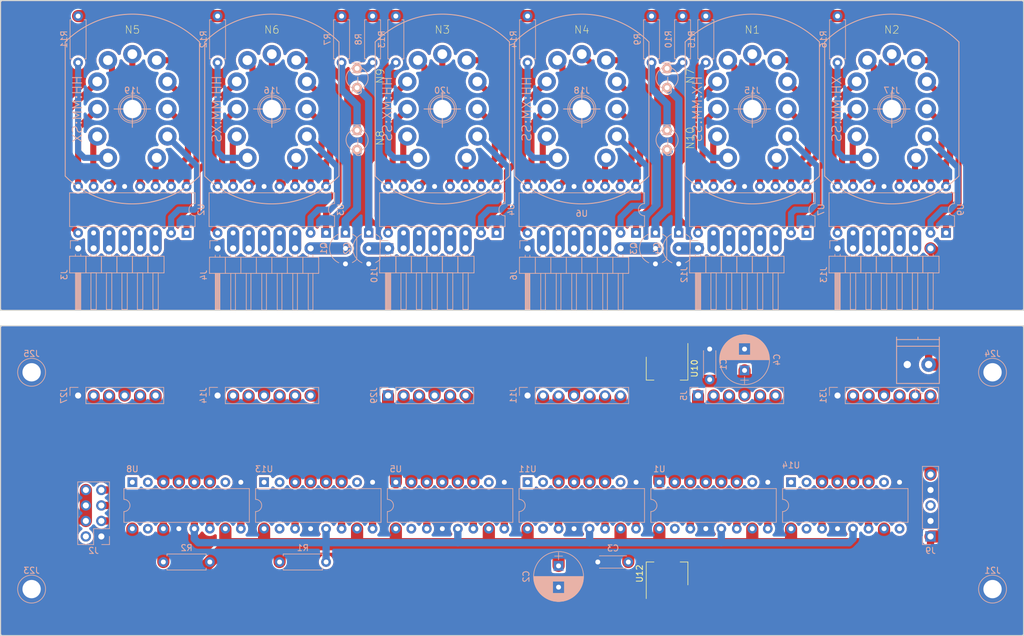
<source format=kicad_pcb>
(kicad_pcb (version 20171130) (host pcbnew 5.1.10-88a1d61d58~88~ubuntu20.04.1)
  (title_block (title NixiESP12) (date 2017-05-30) (rev 1.0) (company "Lauri Võsandi"))
  (layers (0 F.Cu signal) (31 B.Cu signal) (34 B.Paste user) (35 F.Paste user) (36 B.SilkS user) (37 F.SilkS user) (38 B.Mask user) (39 F.Mask user) (44 Edge.Cuts user))
  (net 0 "")
  (net 1 GND)
  (net 2 VCC)
  (net 3 "Net-(N1-Pad0)")
  (net 4 "Net-(N1-Pad1)")
  (net 5 "Net-(N1-Pad3)")
  (net 6 "Net-(N1-Pad4)")
  (net 7 "Net-(N1-Pad5)")
  (net 8 "Net-(N1-Pad6)")
  (net 9 "Net-(N1-Pad7)")
  (net 10 "Net-(N2-Pad0)")
  (net 11 "Net-(N2-Pad1)")
  (net 12 "Net-(N2-Pad3)")
  (net 13 "Net-(N3-Pad0)")
  (net 14 "Net-(N3-Pad1)")
  (net 15 "Net-(N3-Pad3)")
  (net 16 "Net-(N3-Pad4)")
  (net 17 "Net-(N3-Pad5)")
  (net 18 "Net-(N3-Pad6)")
  (net 19 "Net-(N3-Pad7)")
  (net 20 "Net-(N4-Pad0)")
  (net 21 "Net-(N4-Pad1)")
  (net 22 "Net-(N4-Pad3)")
  (net 23 "Net-(N4-Pad4)")
  (net 24 "Net-(N4-Pad5)")
  (net 25 "Net-(N4-Pad6)")
  (net 26 "Net-(N4-Pad7)")
  (net 27 "Net-(N5-Pad0)")
  (net 28 "Net-(N5-Pad1)")
  (net 29 "Net-(N5-Pad3)")
  (net 30 "Net-(N5-Pad4)")
  (net 31 "Net-(N5-Pad5)")
  (net 32 "Net-(N5-Pad6)")
  (net 33 "Net-(N5-Pad7)")
  (net 34 "Net-(N6-Pad0)")
  (net 35 "Net-(N6-Pad1)")
  (net 36 "Net-(N6-Pad4)")
  (net 37 "Net-(N6-Pad5)")
  (net 38 "Net-(N6-Pad6)")
  (net 39 "Net-(N6-Pad7)")
  (net 40 "Net-(N1-Pad2)")
  (net 41 "Net-(N2-Pad2)")
  (net 42 "Net-(N3-Pad2)")
  (net 43 "Net-(N4-Pad2)")
  (net 44 "Net-(N5-Pad2)")
  (net 45 "Net-(U1-Pad14)")
  (net 46 "Net-(N1-Pad8)")
  (net 47 "Net-(N1-Pad9)")
  (net 48 "Net-(N1-PadA)")
  (net 49 "Net-(N2-PadA)")
  (net 50 "Net-(N3-Pad8)")
  (net 51 "Net-(N3-Pad9)")
  (net 52 "Net-(N3-PadA)")
  (net 53 "Net-(N4-PadA)")
  (net 54 "Net-(N5-Pad8)")
  (net 55 "Net-(N5-Pad9)")
  (net 56 "Net-(N5-PadA)")
  (net 57 "Net-(N6-PadA)")
  (net 58 "Net-(N7-PadK)")
  (net 59 "Net-(N8-PadK)")
  (net 60 "Net-(N9-PadK)")
  (net 61 "Net-(N10-PadK)")
  (net 62 "Net-(N6-Pad2)")
  (net 63 "Net-(N6-Pad3)")
  (net 64 /data)
  (net 65 /latch)
  (net 66 /clock)
  (net 67 "Net-(N2-Pad4)")
  (net 68 "Net-(N2-Pad5)")
  (net 69 "Net-(N2-Pad6)")
  (net 70 "Net-(N2-Pad7)")
  (net 71 "Net-(N2-Pad8)")
  (net 72 "Net-(N2-Pad9)")
  (net 73 "Net-(N4-Pad8)")
  (net 74 "Net-(N4-Pad9)")
  (net 75 "Net-(N6-Pad8)")
  (net 76 "Net-(N6-Pad9)")
  (net 77 "Net-(J11-Pad2)")
  (net 78 "Net-(J11-Pad5)")
  (net 79 "Net-(J12-Pad2)")
  (net 80 "Net-(J12-Pad5)")
  (net 81 "Net-(J13-Pad3)")
  (net 82 "Net-(J13-Pad6)")
  (net 83 "Net-(U11-Pad14)")
  (net 84 "Net-(U13-Pad9)")
  (net 85 "Net-(U13-Pad14)")
  (net 86 "Net-(J3-Pad2)")
  (net 87 "Net-(J3-Pad5)")
  (net 88 "Net-(J10-Pad2)")
  (net 89 "Net-(J10-Pad5)")
  (net 90 "Net-(J4-Pad2)")
  (net 91 "Net-(J4-Pad5)")
  (net 92 "Net-(J1-Pad2)")
  (net 93 "Net-(U1-Pad9)")
  (net 94 "Net-(J10-Pad1)")
  (net 95 "Net-(J12-Pad1)")
  (net 96 "Net-(J13-Pad2)")
  (net 97 "Net-(J13-Pad5)")
  (net 98 "Net-(J14-Pad2)")
  (net 99 "Net-(J5-Pad1)")
  (net 100 "Net-(J5-Pad2)")
  (net 101 "Net-(J5-Pad5)")
  (net 102 "Net-(J27-Pad2)")
  (net 103 "Net-(J27-Pad5)")
  (net 104 "Net-(J29-Pad1)")
  (net 105 "Net-(J29-Pad2)")
  (net 106 "Net-(J29-Pad5)")
  (net 107 "Net-(J31-Pad6)")
  (net 108 "Net-(J31-Pad5)")
  (net 109 "Net-(J31-Pad3)")
  (net 110 "Net-(J31-Pad2)")
  (net 111 "Net-(N7-PadA)")
  (net 112 "Net-(N8-PadA)")
  (net 113 "Net-(N9-PadA)")
  (net 114 "Net-(N10-PadA)")
  (net 115 "Net-(J5-Pad6)")
  (net 116 "Net-(J6-Pad2)")
  (net 117 "Net-(J6-Pad3)")
  (net 118 "Net-(J6-Pad5)")
  (net 119 "Net-(J6-Pad6)")
  (net 120 "Net-(J10-Pad6)")
  (net 121 "Net-(J11-Pad3)")
  (net 122 "Net-(J11-Pad6)")
  (net 123 "Net-(J12-Pad6)")
  (net 124 "Net-(J4-Pad3)")
  (net 125 "Net-(J4-Pad6)")
  (net 126 "Net-(J14-Pad3)")
  (net 127 "Net-(J14-Pad5)")
  (net 128 "Net-(J14-Pad6)")
  (net 129 "Net-(J29-Pad6)")
  (net 130 "Net-(J3-Pad3)")
  (net 131 "Net-(J3-Pad6)")
  (net 132 "Net-(J4-Pad7)")
  (net 133 "Net-(J6-Pad7)")
  (net 134 "Net-(J10-Pad3)")
  (net 135 "Net-(J12-Pad3)")
  (net 136 "Net-(J13-Pad7)")
  (net 137 "Net-(J2-Pad2)")
  (net 138 "Net-(J5-Pad3)")
  (net 139 "Net-(J9-Pad3)")
  (net 140 "Net-(J31-Pad7)")
  (net 141 "Net-(J11-Pad7)")
  (net 142 "Net-(J14-Pad7)")
  (net 143 "Net-(J27-Pad3)")
  (net 144 "Net-(J27-Pad6)")
  (net 145 "Net-(J29-Pad3)")
  (net 146 "Net-(U1-Pad7)")
  (net 147 "Net-(U1-Pad15)")
  (net 148 "Net-(U5-Pad7)")
  (net 149 "Net-(U5-Pad15)")
  (net 150 "Net-(U8-Pad1)")
  (net 151 "Net-(U8-Pad2)")
  (net 152 "Net-(U8-Pad7)")
  (net 153 "Net-(U8-Pad15)")
  (net 154 "Net-(U11-Pad1)")
  (net 155 "Net-(U11-Pad2)")
  (net 156 "Net-(U11-Pad7)")
  (net 157 "Net-(U11-Pad15)")
  (net 158 "Net-(U13-Pad1)")
  (net 159 "Net-(U13-Pad2)")
  (net 160 "Net-(U13-Pad7)")
  (net 161 "Net-(U13-Pad15)")
  (net 162 "Net-(U14-Pad1)")
  (net 163 "Net-(U14-Pad9)")
  (net 164 "Net-(U14-Pad2)")
  (net 165 "Net-(U14-Pad7)")
  (net 166 "Net-(U14-Pad15)")
  (module nixiesp:russian-nixies-IN-12 (layer B.Cu) (at 97.79 43.18 180)
    (fp_text reference N3 (at 0 13) (layer F.SilkS) (effects (font (size 1.27 1.27) (thickness 0.0889))))
    (fp_text value HH:MX:SS (at 9 0 90) (layer B.SilkS) (effects (font (size 1.524 1.524)) (justify mirror)))
    (pad A thru_hole circle (at 4 -8 180) (size 3 3) (drill 1.6) (layers *.Cu *.Mask) (net 52 "Net-(N3-PadA)"))
    (pad 9 thru_hole circle (at 5.75 0 180) (size 3 3) (drill 1.6) (layers *.Cu *.Mask) (net 51 "Net-(N3-Pad9)"))
    (pad 8 thru_hole circle (at 5.75 4.5 180) (size 3 3) (drill 1.6) (layers *.Cu *.Mask) (net 50 "Net-(N3-Pad8)"))
    (pad 7 thru_hole circle (at 4 8 180) (size 3 3) (drill 1.6) (layers *.Cu *.Mask) (net 19 "Net-(N3-Pad7)"))
    (pad 6 thru_hole circle (at 0 9 180) (size 3 3) (drill 1.6) (layers *.Cu *.Mask) (net 18 "Net-(N3-Pad6)"))
    (pad 5 thru_hole circle (at -4 8 180) (size 3 3) (drill 1.6) (layers *.Cu *.Mask) (net 17 "Net-(N3-Pad5)"))
    (pad 4 thru_hole circle (at -5.75 4.5 180) (size 3 3) (drill 1.6) (layers *.Cu *.Mask) (net 16 "Net-(N3-Pad4)"))
    (pad 3 thru_hole circle (at -5.75 0 180) (size 3 3) (drill 1.6) (layers *.Cu *.Mask) (net 15 "Net-(N3-Pad3)"))
    (pad 2 thru_hole circle (at -5.75 -4.5 180) (size 3 3) (drill 1.6) (layers *.Cu *.Mask) (net 42 "Net-(N3-Pad2)"))
    (pad 1 thru_hole circle (at -4 -8 180) (size 3 3) (drill 1.6) (layers *.Cu *.Mask) (net 14 "Net-(N3-Pad1)"))
    (pad 0 thru_hole circle (at 5.75 -4.5 180) (size 3 3) (drill 1.6) (layers *.Cu *.Mask) (net 13 "Net-(N3-Pad0)"))
  )
  (module nixiesp:russian-nixies-IN-12 (layer B.Cu) (at 46.99 43.18 180)
    (fp_text reference N5 (at 0 13) (layer F.SilkS) (effects (font (size 1.27 1.27) (thickness 0.0889))))
    (fp_text value HH:MM:SX (at 9 0 90) (layer B.SilkS) (effects (font (size 1.524 1.524)) (justify mirror)))
    (pad A thru_hole circle (at 4 -8 180) (size 3 3) (drill 1.6) (layers *.Cu *.Mask) (net 56 "Net-(N5-PadA)"))
    (pad 9 thru_hole circle (at 5.75 0 180) (size 3 3) (drill 1.6) (layers *.Cu *.Mask) (net 55 "Net-(N5-Pad9)"))
    (pad 8 thru_hole circle (at 5.75 4.5 180) (size 3 3) (drill 1.6) (layers *.Cu *.Mask) (net 54 "Net-(N5-Pad8)"))
    (pad 7 thru_hole circle (at 4 8 180) (size 3 3) (drill 1.6) (layers *.Cu *.Mask) (net 33 "Net-(N5-Pad7)"))
    (pad 6 thru_hole circle (at 0 9 180) (size 3 3) (drill 1.6) (layers *.Cu *.Mask) (net 32 "Net-(N5-Pad6)"))
    (pad 5 thru_hole circle (at -4 8 180) (size 3 3) (drill 1.6) (layers *.Cu *.Mask) (net 31 "Net-(N5-Pad5)"))
    (pad 4 thru_hole circle (at -5.75 4.5 180) (size 3 3) (drill 1.6) (layers *.Cu *.Mask) (net 30 "Net-(N5-Pad4)"))
    (pad 3 thru_hole circle (at -5.75 0 180) (size 3 3) (drill 1.6) (layers *.Cu *.Mask) (net 29 "Net-(N5-Pad3)"))
    (pad 2 thru_hole circle (at -5.75 -4.5 180) (size 3 3) (drill 1.6) (layers *.Cu *.Mask) (net 44 "Net-(N5-Pad2)"))
    (pad 1 thru_hole circle (at -4 -8 180) (size 3 3) (drill 1.6) (layers *.Cu *.Mask) (net 28 "Net-(N5-Pad1)"))
    (pad 0 thru_hole circle (at 5.75 -4.5 180) (size 3 3) (drill 1.6) (layers *.Cu *.Mask) (net 27 "Net-(N5-Pad0)"))
  )
  (module nixiesp:russian-nixies-IN-12 (layer B.Cu) (at 148.59 43.18 180)
    (fp_text reference N1 (at 0 13) (layer F.SilkS) (effects (font (size 1.27 1.27) (thickness 0.0889))))
    (fp_text value HX:MM:SS (at 9 0 90) (layer B.SilkS) (effects (font (size 1.524 1.524)) (justify mirror)))
    (pad A thru_hole circle (at 4 -8 180) (size 3 3) (drill 1.6) (layers *.Cu *.Mask) (net 48 "Net-(N1-PadA)"))
    (pad 9 thru_hole circle (at 5.75 0 180) (size 3 3) (drill 1.6) (layers *.Cu *.Mask) (net 47 "Net-(N1-Pad9)"))
    (pad 8 thru_hole circle (at 5.75 4.5 180) (size 3 3) (drill 1.6) (layers *.Cu *.Mask) (net 46 "Net-(N1-Pad8)"))
    (pad 7 thru_hole circle (at 4 8 180) (size 3 3) (drill 1.6) (layers *.Cu *.Mask) (net 9 "Net-(N1-Pad7)"))
    (pad 6 thru_hole circle (at 0 9 180) (size 3 3) (drill 1.6) (layers *.Cu *.Mask) (net 8 "Net-(N1-Pad6)"))
    (pad 5 thru_hole circle (at -4 8 180) (size 3 3) (drill 1.6) (layers *.Cu *.Mask) (net 7 "Net-(N1-Pad5)"))
    (pad 4 thru_hole circle (at -5.75 4.5 180) (size 3 3) (drill 1.6) (layers *.Cu *.Mask) (net 6 "Net-(N1-Pad4)"))
    (pad 3 thru_hole circle (at -5.75 0 180) (size 3 3) (drill 1.6) (layers *.Cu *.Mask) (net 5 "Net-(N1-Pad3)"))
    (pad 2 thru_hole circle (at -5.75 -4.5 180) (size 3 3) (drill 1.6) (layers *.Cu *.Mask) (net 40 "Net-(N1-Pad2)"))
    (pad 1 thru_hole circle (at -4 -8 180) (size 3 3) (drill 1.6) (layers *.Cu *.Mask) (net 4 "Net-(N1-Pad1)"))
    (pad 0 thru_hole circle (at 5.75 -4.5 180) (size 3 3) (drill 1.6) (layers *.Cu *.Mask) (net 3 "Net-(N1-Pad0)"))
  )
  (module nixiesp:russian-nixies-IN-12 (layer B.Cu) (at 171.45 43.18 180)
    (fp_text reference N2 (at 0 13) (layer F.SilkS) (effects (font (size 1.27 1.27) (thickness 0.0889))))
    (fp_text value XH:MM:SS (at 9 0 90) (layer B.SilkS) (effects (font (size 1.524 1.524)) (justify mirror)))
    (pad A thru_hole circle (at 4 -8 180) (size 3 3) (drill 1.6) (layers *.Cu *.Mask) (net 49 "Net-(N2-PadA)"))
    (pad 9 thru_hole circle (at 5.75 0 180) (size 3 3) (drill 1.6) (layers *.Cu *.Mask) (net 72 "Net-(N2-Pad9)"))
    (pad 8 thru_hole circle (at 5.75 4.5 180) (size 3 3) (drill 1.6) (layers *.Cu *.Mask) (net 71 "Net-(N2-Pad8)"))
    (pad 7 thru_hole circle (at 4 8 180) (size 3 3) (drill 1.6) (layers *.Cu *.Mask) (net 70 "Net-(N2-Pad7)"))
    (pad 6 thru_hole circle (at 0 9 180) (size 3 3) (drill 1.6) (layers *.Cu *.Mask) (net 69 "Net-(N2-Pad6)"))
    (pad 5 thru_hole circle (at -4 8 180) (size 3 3) (drill 1.6) (layers *.Cu *.Mask) (net 68 "Net-(N2-Pad5)"))
    (pad 4 thru_hole circle (at -5.75 4.5 180) (size 3 3) (drill 1.6) (layers *.Cu *.Mask) (net 67 "Net-(N2-Pad4)"))
    (pad 3 thru_hole circle (at -5.75 0 180) (size 3 3) (drill 1.6) (layers *.Cu *.Mask) (net 12 "Net-(N2-Pad3)"))
    (pad 2 thru_hole circle (at -5.75 -4.5 180) (size 3 3) (drill 1.6) (layers *.Cu *.Mask) (net 41 "Net-(N2-Pad2)"))
    (pad 1 thru_hole circle (at -4 -8 180) (size 3 3) (drill 1.6) (layers *.Cu *.Mask) (net 11 "Net-(N2-Pad1)"))
    (pad 0 thru_hole circle (at 5.75 -4.5 180) (size 3 3) (drill 1.6) (layers *.Cu *.Mask) (net 10 "Net-(N2-Pad0)"))
  )
  (module nixiesp:russian-nixies-IN-12 (layer B.Cu) (at 120.65 43.18 180)
    (fp_text reference N4 (at 0 13) (layer F.SilkS) (effects (font (size 1.27 1.27) (thickness 0.0889))))
    (fp_text value HH:XM:SS (at 9 0 90) (layer B.SilkS) (effects (font (size 1.524 1.524)) (justify mirror)))
    (pad A thru_hole circle (at 4 -8 180) (size 3 3) (drill 1.6) (layers *.Cu *.Mask) (net 53 "Net-(N4-PadA)"))
    (pad 9 thru_hole circle (at 5.75 0 180) (size 3 3) (drill 1.6) (layers *.Cu *.Mask) (net 74 "Net-(N4-Pad9)"))
    (pad 8 thru_hole circle (at 5.75 4.5 180) (size 3 3) (drill 1.6) (layers *.Cu *.Mask) (net 73 "Net-(N4-Pad8)"))
    (pad 7 thru_hole circle (at 4 8 180) (size 3 3) (drill 1.6) (layers *.Cu *.Mask) (net 26 "Net-(N4-Pad7)"))
    (pad 6 thru_hole circle (at 0 9 180) (size 3 3) (drill 1.6) (layers *.Cu *.Mask) (net 25 "Net-(N4-Pad6)"))
    (pad 5 thru_hole circle (at -4 8 180) (size 3 3) (drill 1.6) (layers *.Cu *.Mask) (net 24 "Net-(N4-Pad5)"))
    (pad 4 thru_hole circle (at -5.75 4.5 180) (size 3 3) (drill 1.6) (layers *.Cu *.Mask) (net 23 "Net-(N4-Pad4)"))
    (pad 3 thru_hole circle (at -5.75 0 180) (size 3 3) (drill 1.6) (layers *.Cu *.Mask) (net 22 "Net-(N4-Pad3)"))
    (pad 2 thru_hole circle (at -5.75 -4.5 180) (size 3 3) (drill 1.6) (layers *.Cu *.Mask) (net 43 "Net-(N4-Pad2)"))
    (pad 1 thru_hole circle (at -4 -8 180) (size 3 3) (drill 1.6) (layers *.Cu *.Mask) (net 21 "Net-(N4-Pad1)"))
    (pad 0 thru_hole circle (at 5.75 -4.5 180) (size 3 3) (drill 1.6) (layers *.Cu *.Mask) (net 20 "Net-(N4-Pad0)"))
  )
  (module nixiesp:russian-nixies-IN-6 (layer B.Cu) (at 83.82 38.1 270)
    (fp_text reference N9 (at -0.3175 -3.81 90) (layer F.SilkS) (effects (font (size 1.27 1.27) (thickness 0.0889))))
    (fp_text value IN-6 (at 0 0 270) (layer B.SilkS) (effects (font (size 1.524 1.524)) (justify mirror)))
    (pad K thru_hole circle (at 1.58496 0 270) (size 1.6 1.6) (drill 0.8) (layers *.Cu B.Paste B.SilkS B.Mask) (net 60 "Net-(N9-PadK)"))
    (pad A thru_hole circle (at -1.5875 0 270) (size 1.6 1.6) (drill 0.8) (layers *.Cu B.Paste B.SilkS B.Mask) (net 113 "Net-(N9-PadA)"))
  )
  (module nixiesp:russian-nixies-IN-12 (layer B.Cu) (at 69.85 43.18 180)
    (fp_text reference N6 (at 0 13) (layer F.SilkS) (effects (font (size 1.27 1.27) (thickness 0.0889))))
    (fp_text value HH:MM:XS (at 9 0 90) (layer B.SilkS) (effects (font (size 1.524 1.524)) (justify mirror)))
    (pad A thru_hole circle (at 4 -8 180) (size 3 3) (drill 1.6) (layers *.Cu *.Mask) (net 57 "Net-(N6-PadA)"))
    (pad 9 thru_hole circle (at 5.75 0 180) (size 3 3) (drill 1.6) (layers *.Cu *.Mask) (net 76 "Net-(N6-Pad9)"))
    (pad 8 thru_hole circle (at 5.75 4.5 180) (size 3 3) (drill 1.6) (layers *.Cu *.Mask) (net 75 "Net-(N6-Pad8)"))
    (pad 7 thru_hole circle (at 4 8 180) (size 3 3) (drill 1.6) (layers *.Cu *.Mask) (net 39 "Net-(N6-Pad7)"))
    (pad 6 thru_hole circle (at 0 9 180) (size 3 3) (drill 1.6) (layers *.Cu *.Mask) (net 38 "Net-(N6-Pad6)"))
    (pad 5 thru_hole circle (at -4 8 180) (size 3 3) (drill 1.6) (layers *.Cu *.Mask) (net 37 "Net-(N6-Pad5)"))
    (pad 4 thru_hole circle (at -5.75 4.5 180) (size 3 3) (drill 1.6) (layers *.Cu *.Mask) (net 36 "Net-(N6-Pad4)"))
    (pad 3 thru_hole circle (at -5.75 0 180) (size 3 3) (drill 1.6) (layers *.Cu *.Mask) (net 63 "Net-(N6-Pad3)"))
    (pad 2 thru_hole circle (at -5.75 -4.5 180) (size 3 3) (drill 1.6) (layers *.Cu *.Mask) (net 62 "Net-(N6-Pad2)"))
    (pad 1 thru_hole circle (at -4 -8 180) (size 3 3) (drill 1.6) (layers *.Cu *.Mask) (net 35 "Net-(N6-Pad1)"))
    (pad 0 thru_hole circle (at 5.75 -4.5 180) (size 3 3) (drill 1.6) (layers *.Cu *.Mask) (net 34 "Net-(N6-Pad0)"))
  )
  (module nixiesp:russian-nixies-IN-6 (layer B.Cu) (at 134.62 48.26 270)
    (fp_text reference N10 (at -0.3175 -3.81 90) (layer F.SilkS) (effects (font (size 1.27 1.27) (thickness 0.0889))))
    (fp_text value IN-6 (at 0 0 270) (layer B.SilkS) (effects (font (size 1.524 1.524)) (justify mirror)))
    (pad K thru_hole circle (at 1.58496 0 270) (size 1.6 1.6) (drill 0.8) (layers *.Cu B.Paste B.SilkS B.Mask) (net 61 "Net-(N10-PadK)"))
    (pad A thru_hole circle (at -1.5875 0 270) (size 1.6 1.6) (drill 0.8) (layers *.Cu B.Paste B.SilkS B.Mask) (net 114 "Net-(N10-PadA)"))
  )
  (module nixiesp:russian-nixies-IN-6 (layer B.Cu) (at 83.82 48.26 270)
    (fp_text reference N8 (at -0.3175 -3.81 90) (layer F.SilkS) (effects (font (size 1.27 1.27) (thickness 0.0889))))
    (fp_text value IN-6 (at 0 0 270) (layer B.SilkS) (effects (font (size 1.524 1.524)) (justify mirror)))
    (pad K thru_hole circle (at 1.58496 0 270) (size 1.6 1.6) (drill 0.8) (layers *.Cu B.Paste B.SilkS B.Mask) (net 59 "Net-(N8-PadK)"))
    (pad A thru_hole circle (at -1.5875 0 270) (size 1.6 1.6) (drill 0.8) (layers *.Cu B.Paste B.SilkS B.Mask) (net 112 "Net-(N8-PadA)"))
  )
  (module nixiesp:russian-nixies-IN-6 (layer B.Cu) (at 134.62 38.1 270)
    (fp_text reference N7 (at -0.3175 -3.81 90) (layer F.SilkS) (effects (font (size 1.27 1.27) (thickness 0.0889))))
    (fp_text value IN-6 (at 0 0 270) (layer B.SilkS) (effects (font (size 1.524 1.524)) (justify mirror)))
    (pad K thru_hole circle (at 1.58496 0 270) (size 1.6 1.6) (drill 0.8) (layers *.Cu B.Paste B.SilkS B.Mask) (net 58 "Net-(N7-PadK)"))
    (pad A thru_hole circle (at -1.5875 0 270) (size 1.6 1.6) (drill 0.8) (layers *.Cu B.Paste B.SilkS B.Mask) (net 111 "Net-(N7-PadA)"))
  )
  (module Pin_Headers:Pin_Header_Angled_1x07_Pitch2.54mm (layer B.Cu) (at 60.96 66.04 270)
    (fp_text reference J4 (at 4.385 2.27 270) (layer B.SilkS) (effects (justify mirror)))
    (fp_text value CONN_01X07)
    (pad 1 thru_hole rect (at 0 0 270) (size 1.7 1.7) (drill 1) (layers *.Cu *.Mask) (net 1 GND))
    (pad 2 thru_hole oval (at 0 -2.54 270) (size 1.7 1.7) (drill 1) (layers *.Cu *.Mask) (net 90 "Net-(J4-Pad2)"))
    (pad 3 thru_hole oval (at 0 -5.08 270) (size 1.7 1.7) (drill 1) (layers *.Cu *.Mask) (net 124 "Net-(J4-Pad3)"))
    (pad 4 thru_hole oval (at 0 -7.62 270) (size 1.7 1.7) (drill 1) (layers *.Cu *.Mask) (net 2 VCC))
    (pad 5 thru_hole oval (at 0 -10.16 270) (size 1.7 1.7) (drill 1) (layers *.Cu *.Mask) (net 91 "Net-(J4-Pad5)"))
    (pad 6 thru_hole oval (at 0 -12.7 270) (size 1.7 1.7) (drill 1) (layers *.Cu *.Mask) (net 125 "Net-(J4-Pad6)"))
    (pad 7 thru_hole oval (at 0 -15.24 270) (size 1.7 1.7) (drill 1) (layers *.Cu *.Mask) (net 132 "Net-(J4-Pad7)"))
  )
  (module Pin_Headers:Pin_Header_Angled_1x06_Pitch2.54mm (layer B.Cu) (at 38.1 66.04 270)
    (fp_text reference J3 (at 4.315 2.27 270) (layer B.SilkS) (effects (justify mirror)))
    (fp_text value CONN_01X06)
    (pad 1 thru_hole rect (at 0 0 270) (size 1.7 1.7) (drill 1) (layers *.Cu *.Mask) (net 1 GND))
    (pad 2 thru_hole oval (at 0 -2.54 270) (size 1.7 1.7) (drill 1) (layers *.Cu *.Mask) (net 86 "Net-(J3-Pad2)"))
    (pad 3 thru_hole oval (at 0 -5.08 270) (size 1.7 1.7) (drill 1) (layers *.Cu *.Mask) (net 130 "Net-(J3-Pad3)"))
    (pad 4 thru_hole oval (at 0 -7.62 270) (size 1.7 1.7) (drill 1) (layers *.Cu *.Mask) (net 2 VCC))
    (pad 5 thru_hole oval (at 0 -10.16 270) (size 1.7 1.7) (drill 1) (layers *.Cu *.Mask) (net 87 "Net-(J3-Pad5)"))
    (pad 6 thru_hole oval (at 0 -12.7 270) (size 1.7 1.7) (drill 1) (layers *.Cu *.Mask) (net 131 "Net-(J3-Pad6)"))
  )
  (module Pin_Headers:Pin_Header_Angled_1x06_Pitch2.54mm (layer B.Cu) (at 139.7 66.04 270)
    (fp_text reference J12 (at 4.315 2.27 270) (layer B.SilkS) (effects (justify mirror)))
    (fp_text value CONN_01X06)
    (pad 1 thru_hole rect (at 0 0 270) (size 1.7 1.7) (drill 1) (layers *.Cu *.Mask) (net 95 "Net-(J12-Pad1)"))
    (pad 2 thru_hole oval (at 0 -2.54 270) (size 1.7 1.7) (drill 1) (layers *.Cu *.Mask) (net 79 "Net-(J12-Pad2)"))
    (pad 3 thru_hole oval (at 0 -5.08 270) (size 1.7 1.7) (drill 1) (layers *.Cu *.Mask) (net 135 "Net-(J12-Pad3)"))
    (pad 4 thru_hole oval (at 0 -7.62 270) (size 1.7 1.7) (drill 1) (layers *.Cu *.Mask) (net 2 VCC))
    (pad 5 thru_hole oval (at 0 -10.16 270) (size 1.7 1.7) (drill 1) (layers *.Cu *.Mask) (net 80 "Net-(J12-Pad5)"))
    (pad 6 thru_hole oval (at 0 -12.7 270) (size 1.7 1.7) (drill 1) (layers *.Cu *.Mask) (net 123 "Net-(J12-Pad6)"))
  )
  (module Pin_Headers:Pin_Header_Angled_1x07_Pitch2.54mm (layer B.Cu) (at 111.76 66.04 270)
    (fp_text reference J6 (at 4.385 2.27 270) (layer B.SilkS) (effects (justify mirror)))
    (fp_text value CONN_01X07)
    (pad 1 thru_hole rect (at 0 0 270) (size 1.7 1.7) (drill 1) (layers *.Cu *.Mask) (net 1 GND))
    (pad 2 thru_hole oval (at 0 -2.54 270) (size 1.7 1.7) (drill 1) (layers *.Cu *.Mask) (net 116 "Net-(J6-Pad2)"))
    (pad 3 thru_hole oval (at 0 -5.08 270) (size 1.7 1.7) (drill 1) (layers *.Cu *.Mask) (net 117 "Net-(J6-Pad3)"))
    (pad 4 thru_hole oval (at 0 -7.62 270) (size 1.7 1.7) (drill 1) (layers *.Cu *.Mask) (net 2 VCC))
    (pad 5 thru_hole oval (at 0 -10.16 270) (size 1.7 1.7) (drill 1) (layers *.Cu *.Mask) (net 118 "Net-(J6-Pad5)"))
    (pad 6 thru_hole oval (at 0 -12.7 270) (size 1.7 1.7) (drill 1) (layers *.Cu *.Mask) (net 119 "Net-(J6-Pad6)"))
    (pad 7 thru_hole oval (at 0 -15.24 270) (size 1.7 1.7) (drill 1) (layers *.Cu *.Mask) (net 133 "Net-(J6-Pad7)"))
  )
  (module Pin_Headers:Pin_Header_Angled_1x06_Pitch2.54mm (layer B.Cu) (at 88.9 66.04 270)
    (fp_text reference J10 (at 4.315 2.27 270) (layer B.SilkS) (effects (justify mirror)))
    (fp_text value CONN_01X06)
    (pad 1 thru_hole rect (at 0 0 270) (size 1.7 1.7) (drill 1) (layers *.Cu *.Mask) (net 94 "Net-(J10-Pad1)"))
    (pad 2 thru_hole oval (at 0 -2.54 270) (size 1.7 1.7) (drill 1) (layers *.Cu *.Mask) (net 88 "Net-(J10-Pad2)"))
    (pad 3 thru_hole oval (at 0 -5.08 270) (size 1.7 1.7) (drill 1) (layers *.Cu *.Mask) (net 134 "Net-(J10-Pad3)"))
    (pad 4 thru_hole oval (at 0 -7.62 270) (size 1.7 1.7) (drill 1) (layers *.Cu *.Mask) (net 2 VCC))
    (pad 5 thru_hole oval (at 0 -10.16 270) (size 1.7 1.7) (drill 1) (layers *.Cu *.Mask) (net 89 "Net-(J10-Pad5)"))
    (pad 6 thru_hole oval (at 0 -12.7 270) (size 1.7 1.7) (drill 1) (layers *.Cu *.Mask) (net 120 "Net-(J10-Pad6)"))
  )
  (module Pin_Headers:Pin_Header_Angled_1x07_Pitch2.54mm (layer B.Cu) (at 162.56 66.04 270)
    (fp_text reference J13 (at 4.315 2.27 270) (layer B.SilkS) (effects (justify mirror)))
    (fp_text value CONN_01X07)
    (pad 1 thru_hole rect (at 0 0 270) (size 1.7 1.7) (drill 1) (layers *.Cu *.Mask) (net 1 GND))
    (pad 2 thru_hole oval (at 0 -2.54 270) (size 1.7 1.7) (drill 1) (layers *.Cu *.Mask) (net 96 "Net-(J13-Pad2)"))
    (pad 3 thru_hole oval (at 0 -5.08 270) (size 1.7 1.7) (drill 1) (layers *.Cu *.Mask) (net 81 "Net-(J13-Pad3)"))
    (pad 4 thru_hole oval (at 0 -7.62 270) (size 1.7 1.7) (drill 1) (layers *.Cu *.Mask) (net 2 VCC))
    (pad 5 thru_hole oval (at 0 -10.16 270) (size 1.7 1.7) (drill 1) (layers *.Cu *.Mask) (net 97 "Net-(J13-Pad5)"))
    (pad 6 thru_hole oval (at 0 -12.7 270) (size 1.7 1.7) (drill 1) (layers *.Cu *.Mask) (net 82 "Net-(J13-Pad6)"))
    (pad 7 thru_hole oval (at 0 -15.24 270) (size 1.7 1.7) (drill 1) (layers *.Cu *.Mask) (net 136 "Net-(J13-Pad7)"))
  )
  (module Capacitors_THT:CP_Radial_D8.0mm_P3.50mm (layer B.Cu) (at 147.32 86.05 90)
    (fp_text reference C4 (at 1.75 5.31 90) (layer B.SilkS) (effects (justify mirror)))
    (fp_text value CP)
    (pad 1 thru_hole rect (at 0 0 90) (size 1.6 1.6) (drill 0.8) (layers *.Cu *.Mask) (net 2 VCC))
    (pad 2 thru_hole circle (at 3.5 0 90) (size 1.6 1.6) (drill 0.8) (layers *.Cu *.Mask) (net 1 GND))
  )
  (module TO_SOT_Packages_THT:TO-92_Inline_Wide (layer B.Cu) (at 85.725 63.5 270)
    (fp_text reference Q2 (at 2.54 3.556 90) (layer B.SilkS) (effects (justify mirror)))
    (fp_text value BS107)
    (pad 2 thru_hole circle (at 2.54 0 180) (size 1.524 1.524) (drill 0.8) (layers *.Cu *.Mask) (net 94 "Net-(J10-Pad1)"))
    (pad 3 thru_hole circle (at 5.08 0 180) (size 1.524 1.524) (drill 0.8) (layers *.Cu *.Mask) (net 1 GND))
    (pad 1 thru_hole rect (at 0 0 180) (size 1.524 1.524) (drill 0.8) (layers *.Cu *.Mask) (net 60 "Net-(N9-PadK)"))
  )
  (module Resistors_THT:R_Axial_DIN0207_L6.3mm_D2.5mm_P7.62mm_Horizontal (layer B.Cu) (at 59.69 117.475 180)
    (fp_text reference R2 (at 3.81 2.31 180) (layer B.SilkS) (effects (justify mirror)))
    (fp_text value 2.2k)
    (pad 1 thru_hole circle (at 0 0 180) (size 1.6 1.6) (drill 0.8) (layers *.Cu *.Mask) (net 2 VCC))
    (pad 2 thru_hole oval (at 7.62 0 180) (size 1.6 1.6) (drill 0.8) (layers *.Cu *.Mask) (net 64 /data))
  )
  (module Housings_DIP:DIP-16_W7.62mm (layer B.Cu) (at 46.99 104.394 270)
    (fp_text reference U8 (at -2.159 0) (layer B.SilkS) (effects (justify mirror)))
    (fp_text value 74HC595)
    (pad 1 thru_hole rect (at 0 0 270) (size 1.6 1.6) (drill 0.8) (layers *.Cu *.Mask) (net 150 "Net-(U8-Pad1)"))
    (pad 9 thru_hole oval (at 7.62 -17.78 270) (size 1.6 1.6) (drill 0.8) (layers *.Cu *.Mask) (net 85 "Net-(U13-Pad14)"))
    (pad 2 thru_hole oval (at 0 -2.54 270) (size 1.6 1.6) (drill 0.8) (layers *.Cu *.Mask) (net 151 "Net-(U8-Pad2)"))
    (pad 10 thru_hole oval (at 7.62 -15.24 270) (size 1.6 1.6) (drill 0.8) (layers *.Cu *.Mask) (net 2 VCC))
    (pad 3 thru_hole oval (at 0 -5.08 270) (size 1.6 1.6) (drill 0.8) (layers *.Cu *.Mask) (net 102 "Net-(J27-Pad2)"))
    (pad 11 thru_hole oval (at 7.62 -12.7 270) (size 1.6 1.6) (drill 0.8) (layers *.Cu *.Mask) (net 66 /clock))
    (pad 4 thru_hole oval (at 0 -7.62 270) (size 1.6 1.6) (drill 0.8) (layers *.Cu *.Mask) (net 143 "Net-(J27-Pad3)"))
    (pad 12 thru_hole oval (at 7.62 -10.16 270) (size 1.6 1.6) (drill 0.8) (layers *.Cu *.Mask) (net 65 /latch))
    (pad 5 thru_hole oval (at 0 -10.16 270) (size 1.6 1.6) (drill 0.8) (layers *.Cu *.Mask) (net 103 "Net-(J27-Pad5)"))
    (pad 13 thru_hole oval (at 7.62 -7.62 270) (size 1.6 1.6) (drill 0.8) (layers *.Cu *.Mask) (net 1 GND))
    (pad 6 thru_hole oval (at 0 -12.7 270) (size 1.6 1.6) (drill 0.8) (layers *.Cu *.Mask) (net 144 "Net-(J27-Pad6)"))
    (pad 14 thru_hole oval (at 7.62 -5.08 270) (size 1.6 1.6) (drill 0.8) (layers *.Cu *.Mask) (net 64 /data))
    (pad 7 thru_hole oval (at 0 -15.24 270) (size 1.6 1.6) (drill 0.8) (layers *.Cu *.Mask) (net 152 "Net-(U8-Pad7)"))
    (pad 15 thru_hole oval (at 7.62 -2.54 270) (size 1.6 1.6) (drill 0.8) (layers *.Cu *.Mask) (net 153 "Net-(U8-Pad15)"))
    (pad 8 thru_hole oval (at 0 -17.78 270) (size 1.6 1.6) (drill 0.8) (layers *.Cu *.Mask) (net 1 GND))
    (pad 16 thru_hole oval (at 7.62 0 270) (size 1.6 1.6) (drill 0.8) (layers *.Cu *.Mask) (net 2 VCC))
  )
  (module Housings_DIP:DIP-16_W7.62mm (layer B.Cu) (at 157.48 63.5 90)
    (fp_text reference U7 (at 3.81 2.39 90) (layer B.SilkS) (effects (justify mirror)))
    (fp_text value K155ID1)
    (pad 1 thru_hole rect (at 0 0 90) (size 1.6 1.6) (drill 0.8) (layers *.Cu *.Mask) (net 7 "Net-(N1-Pad5)"))
    (pad 9 thru_hole oval (at 7.62 -17.78 90) (size 1.6 1.6) (drill 0.8) (layers *.Cu *.Mask) (net 47 "Net-(N1-Pad9)"))
    (pad 2 thru_hole oval (at 0 -2.54 90) (size 1.6 1.6) (drill 0.8) (layers *.Cu *.Mask) (net 40 "Net-(N1-Pad2)"))
    (pad 10 thru_hole oval (at 7.62 -15.24 90) (size 1.6 1.6) (drill 0.8) (layers *.Cu *.Mask) (net 3 "Net-(N1-Pad0)"))
    (pad 3 thru_hole oval (at 0 -5.08 90) (size 1.6 1.6) (drill 0.8) (layers *.Cu *.Mask) (net 123 "Net-(J12-Pad6)"))
    (pad 11 thru_hole oval (at 7.62 -12.7 90) (size 1.6 1.6) (drill 0.8) (layers *.Cu *.Mask) (net 9 "Net-(N1-Pad7)"))
    (pad 4 thru_hole oval (at 0 -7.62 90) (size 1.6 1.6) (drill 0.8) (layers *.Cu *.Mask) (net 80 "Net-(J12-Pad5)"))
    (pad 12 thru_hole oval (at 7.62 -10.16 90) (size 1.6 1.6) (drill 0.8) (layers *.Cu *.Mask) (net 1 GND))
    (pad 5 thru_hole oval (at 0 -10.16 90) (size 1.6 1.6) (drill 0.8) (layers *.Cu *.Mask) (net 2 VCC))
    (pad 13 thru_hole oval (at 7.62 -7.62 90) (size 1.6 1.6) (drill 0.8) (layers *.Cu *.Mask) (net 8 "Net-(N1-Pad6)"))
    (pad 6 thru_hole oval (at 0 -12.7 90) (size 1.6 1.6) (drill 0.8) (layers *.Cu *.Mask) (net 135 "Net-(J12-Pad3)"))
    (pad 14 thru_hole oval (at 7.62 -5.08 90) (size 1.6 1.6) (drill 0.8) (layers *.Cu *.Mask) (net 4 "Net-(N1-Pad1)"))
    (pad 7 thru_hole oval (at 0 -15.24 90) (size 1.6 1.6) (drill 0.8) (layers *.Cu *.Mask) (net 79 "Net-(J12-Pad2)"))
    (pad 15 thru_hole oval (at 7.62 -2.54 90) (size 1.6 1.6) (drill 0.8) (layers *.Cu *.Mask) (net 5 "Net-(N1-Pad3)"))
    (pad 8 thru_hole oval (at 0 -17.78 90) (size 1.6 1.6) (drill 0.8) (layers *.Cu *.Mask) (net 46 "Net-(N1-Pad8)"))
    (pad 16 thru_hole oval (at 7.62 0 90) (size 1.6 1.6) (drill 0.8) (layers *.Cu *.Mask) (net 6 "Net-(N1-Pad4)"))
  )
  (module TO_SOT_Packages_SMD:SOT-223 (layer F.Cu) (at 134.62 85.725 270)
    (fp_text reference U10 (at 0 -4.5 270) (layer F.SilkS))
    (fp_text value LM1117-5.0)
    (pad 4 smd rect (at 3.15 0 270) (size 2 3.8) (layers F.Cu F.Paste F.Mask) (net 2 VCC))
    (pad 2 smd rect (at -3.15 0 270) (size 2 1.5) (layers F.Cu F.Paste F.Mask) (net 2 VCC))
    (pad 3 smd rect (at -3.15 2.3 270) (size 2 1.5) (layers F.Cu F.Paste F.Mask) (net 92 "Net-(J1-Pad2)"))
    (pad 1 smd rect (at -3.15 -2.3 270) (size 2 1.5) (layers F.Cu F.Paste F.Mask) (net 1 GND))
  )
  (module Housings_DIP:DIP-16_W7.62mm (layer B.Cu) (at 68.58 104.394 270)
    (fp_text reference U13 (at -2.159 0) (layer B.SilkS) (effects (justify mirror)))
    (fp_text value 74HC595)
    (pad 1 thru_hole rect (at 0 0 270) (size 1.6 1.6) (drill 0.8) (layers *.Cu *.Mask) (net 158 "Net-(U13-Pad1)"))
    (pad 9 thru_hole oval (at 7.62 -17.78 270) (size 1.6 1.6) (drill 0.8) (layers *.Cu *.Mask) (net 84 "Net-(U13-Pad9)"))
    (pad 2 thru_hole oval (at 0 -2.54 270) (size 1.6 1.6) (drill 0.8) (layers *.Cu *.Mask) (net 159 "Net-(U13-Pad2)"))
    (pad 10 thru_hole oval (at 7.62 -15.24 270) (size 1.6 1.6) (drill 0.8) (layers *.Cu *.Mask) (net 2 VCC))
    (pad 3 thru_hole oval (at 0 -5.08 270) (size 1.6 1.6) (drill 0.8) (layers *.Cu *.Mask) (net 98 "Net-(J14-Pad2)"))
    (pad 11 thru_hole oval (at 7.62 -12.7 270) (size 1.6 1.6) (drill 0.8) (layers *.Cu *.Mask) (net 66 /clock))
    (pad 4 thru_hole oval (at 0 -7.62 270) (size 1.6 1.6) (drill 0.8) (layers *.Cu *.Mask) (net 126 "Net-(J14-Pad3)"))
    (pad 12 thru_hole oval (at 7.62 -10.16 270) (size 1.6 1.6) (drill 0.8) (layers *.Cu *.Mask) (net 65 /latch))
    (pad 5 thru_hole oval (at 0 -10.16 270) (size 1.6 1.6) (drill 0.8) (layers *.Cu *.Mask) (net 127 "Net-(J14-Pad5)"))
    (pad 13 thru_hole oval (at 7.62 -7.62 270) (size 1.6 1.6) (drill 0.8) (layers *.Cu *.Mask) (net 1 GND))
    (pad 6 thru_hole oval (at 0 -12.7 270) (size 1.6 1.6) (drill 0.8) (layers *.Cu *.Mask) (net 128 "Net-(J14-Pad6)"))
    (pad 14 thru_hole oval (at 7.62 -5.08 270) (size 1.6 1.6) (drill 0.8) (layers *.Cu *.Mask) (net 85 "Net-(U13-Pad14)"))
    (pad 7 thru_hole oval (at 0 -15.24 270) (size 1.6 1.6) (drill 0.8) (layers *.Cu *.Mask) (net 160 "Net-(U13-Pad7)"))
    (pad 15 thru_hole oval (at 7.62 -2.54 270) (size 1.6 1.6) (drill 0.8) (layers *.Cu *.Mask) (net 161 "Net-(U13-Pad15)"))
    (pad 8 thru_hole oval (at 0 -17.78 270) (size 1.6 1.6) (drill 0.8) (layers *.Cu *.Mask) (net 1 GND))
    (pad 16 thru_hole oval (at 7.62 0 270) (size 1.6 1.6) (drill 0.8) (layers *.Cu *.Mask) (net 2 VCC))
  )
  (module Connectors:1pin (layer B.Cu) (at 171.45 43.18 180)
    (fp_text reference J17 (at 0 3.048 180) (layer B.SilkS) (effects (justify mirror)))
    (fp_text value CONN_01X01)
    (pad 1 thru_hole circle (at 0 0 180) (size 4.064 4.064) (drill 3) (layers *.Cu *.Mask) (net 1 GND))
  )
  (module Housings_DIP:DIP-16_W7.62mm (layer B.Cu) (at 129.54 63.5 90)
    (fp_text reference U6 (at 3.175 -8.89 180) (layer B.SilkS) (effects (justify mirror)))
    (fp_text value K155ID1)
    (pad 1 thru_hole rect (at 0 0 90) (size 1.6 1.6) (drill 0.8) (layers *.Cu *.Mask) (net 24 "Net-(N4-Pad5)"))
    (pad 9 thru_hole oval (at 7.62 -17.78 90) (size 1.6 1.6) (drill 0.8) (layers *.Cu *.Mask) (net 74 "Net-(N4-Pad9)"))
    (pad 2 thru_hole oval (at 0 -2.54 90) (size 1.6 1.6) (drill 0.8) (layers *.Cu *.Mask) (net 43 "Net-(N4-Pad2)"))
    (pad 10 thru_hole oval (at 7.62 -15.24 90) (size 1.6 1.6) (drill 0.8) (layers *.Cu *.Mask) (net 20 "Net-(N4-Pad0)"))
    (pad 3 thru_hole oval (at 0 -5.08 90) (size 1.6 1.6) (drill 0.8) (layers *.Cu *.Mask) (net 119 "Net-(J6-Pad6)"))
    (pad 11 thru_hole oval (at 7.62 -12.7 90) (size 1.6 1.6) (drill 0.8) (layers *.Cu *.Mask) (net 26 "Net-(N4-Pad7)"))
    (pad 4 thru_hole oval (at 0 -7.62 90) (size 1.6 1.6) (drill 0.8) (layers *.Cu *.Mask) (net 118 "Net-(J6-Pad5)"))
    (pad 12 thru_hole oval (at 7.62 -10.16 90) (size 1.6 1.6) (drill 0.8) (layers *.Cu *.Mask) (net 1 GND))
    (pad 5 thru_hole oval (at 0 -10.16 90) (size 1.6 1.6) (drill 0.8) (layers *.Cu *.Mask) (net 2 VCC))
    (pad 13 thru_hole oval (at 7.62 -7.62 90) (size 1.6 1.6) (drill 0.8) (layers *.Cu *.Mask) (net 25 "Net-(N4-Pad6)"))
    (pad 6 thru_hole oval (at 0 -12.7 90) (size 1.6 1.6) (drill 0.8) (layers *.Cu *.Mask) (net 117 "Net-(J6-Pad3)"))
    (pad 14 thru_hole oval (at 7.62 -5.08 90) (size 1.6 1.6) (drill 0.8) (layers *.Cu *.Mask) (net 21 "Net-(N4-Pad1)"))
    (pad 7 thru_hole oval (at 0 -15.24 90) (size 1.6 1.6) (drill 0.8) (layers *.Cu *.Mask) (net 116 "Net-(J6-Pad2)"))
    (pad 15 thru_hole oval (at 7.62 -2.54 90) (size 1.6 1.6) (drill 0.8) (layers *.Cu *.Mask) (net 22 "Net-(N4-Pad3)"))
    (pad 8 thru_hole oval (at 0 -17.78 90) (size 1.6 1.6) (drill 0.8) (layers *.Cu *.Mask) (net 73 "Net-(N4-Pad8)"))
    (pad 16 thru_hole oval (at 7.62 0 90) (size 1.6 1.6) (drill 0.8) (layers *.Cu *.Mask) (net 23 "Net-(N4-Pad4)"))
  )
  (module Housings_DIP:DIP-16_W7.62mm (layer B.Cu) (at 180.34 63.5 90)
    (fp_text reference U9 (at 3.81 2.39 90) (layer B.SilkS) (effects (justify mirror)))
    (fp_text value K155ID1)
    (pad 1 thru_hole rect (at 0 0 90) (size 1.6 1.6) (drill 0.8) (layers *.Cu *.Mask) (net 68 "Net-(N2-Pad5)"))
    (pad 9 thru_hole oval (at 7.62 -17.78 90) (size 1.6 1.6) (drill 0.8) (layers *.Cu *.Mask) (net 72 "Net-(N2-Pad9)"))
    (pad 2 thru_hole oval (at 0 -2.54 90) (size 1.6 1.6) (drill 0.8) (layers *.Cu *.Mask) (net 41 "Net-(N2-Pad2)"))
    (pad 10 thru_hole oval (at 7.62 -15.24 90) (size 1.6 1.6) (drill 0.8) (layers *.Cu *.Mask) (net 10 "Net-(N2-Pad0)"))
    (pad 3 thru_hole oval (at 0 -5.08 90) (size 1.6 1.6) (drill 0.8) (layers *.Cu *.Mask) (net 82 "Net-(J13-Pad6)"))
    (pad 11 thru_hole oval (at 7.62 -12.7 90) (size 1.6 1.6) (drill 0.8) (layers *.Cu *.Mask) (net 70 "Net-(N2-Pad7)"))
    (pad 4 thru_hole oval (at 0 -7.62 90) (size 1.6 1.6) (drill 0.8) (layers *.Cu *.Mask) (net 97 "Net-(J13-Pad5)"))
    (pad 12 thru_hole oval (at 7.62 -10.16 90) (size 1.6 1.6) (drill 0.8) (layers *.Cu *.Mask) (net 1 GND))
    (pad 5 thru_hole oval (at 0 -10.16 90) (size 1.6 1.6) (drill 0.8) (layers *.Cu *.Mask) (net 2 VCC))
    (pad 13 thru_hole oval (at 7.62 -7.62 90) (size 1.6 1.6) (drill 0.8) (layers *.Cu *.Mask) (net 69 "Net-(N2-Pad6)"))
    (pad 6 thru_hole oval (at 0 -12.7 90) (size 1.6 1.6) (drill 0.8) (layers *.Cu *.Mask) (net 81 "Net-(J13-Pad3)"))
    (pad 14 thru_hole oval (at 7.62 -5.08 90) (size 1.6 1.6) (drill 0.8) (layers *.Cu *.Mask) (net 11 "Net-(N2-Pad1)"))
    (pad 7 thru_hole oval (at 0 -15.24 90) (size 1.6 1.6) (drill 0.8) (layers *.Cu *.Mask) (net 96 "Net-(J13-Pad2)"))
    (pad 15 thru_hole oval (at 7.62 -2.54 90) (size 1.6 1.6) (drill 0.8) (layers *.Cu *.Mask) (net 12 "Net-(N2-Pad3)"))
    (pad 8 thru_hole oval (at 0 -17.78 90) (size 1.6 1.6) (drill 0.8) (layers *.Cu *.Mask) (net 71 "Net-(N2-Pad8)"))
    (pad 16 thru_hole oval (at 7.62 0 90) (size 1.6 1.6) (drill 0.8) (layers *.Cu *.Mask) (net 67 "Net-(N2-Pad4)"))
  )
  (module Housings_DIP:DIP-16_W7.62mm (layer B.Cu) (at 106.68 63.5 90)
    (fp_text reference U4 (at 3.81 2.39 90) (layer B.SilkS) (effects (justify mirror)))
    (fp_text value K155ID1)
    (pad 1 thru_hole rect (at 0 0 90) (size 1.6 1.6) (drill 0.8) (layers *.Cu *.Mask) (net 17 "Net-(N3-Pad5)"))
    (pad 9 thru_hole oval (at 7.62 -17.78 90) (size 1.6 1.6) (drill 0.8) (layers *.Cu *.Mask) (net 51 "Net-(N3-Pad9)"))
    (pad 2 thru_hole oval (at 0 -2.54 90) (size 1.6 1.6) (drill 0.8) (layers *.Cu *.Mask) (net 42 "Net-(N3-Pad2)"))
    (pad 10 thru_hole oval (at 7.62 -15.24 90) (size 1.6 1.6) (drill 0.8) (layers *.Cu *.Mask) (net 13 "Net-(N3-Pad0)"))
    (pad 3 thru_hole oval (at 0 -5.08 90) (size 1.6 1.6) (drill 0.8) (layers *.Cu *.Mask) (net 120 "Net-(J10-Pad6)"))
    (pad 11 thru_hole oval (at 7.62 -12.7 90) (size 1.6 1.6) (drill 0.8) (layers *.Cu *.Mask) (net 19 "Net-(N3-Pad7)"))
    (pad 4 thru_hole oval (at 0 -7.62 90) (size 1.6 1.6) (drill 0.8) (layers *.Cu *.Mask) (net 89 "Net-(J10-Pad5)"))
    (pad 12 thru_hole oval (at 7.62 -10.16 90) (size 1.6 1.6) (drill 0.8) (layers *.Cu *.Mask) (net 1 GND))
    (pad 5 thru_hole oval (at 0 -10.16 90) (size 1.6 1.6) (drill 0.8) (layers *.Cu *.Mask) (net 2 VCC))
    (pad 13 thru_hole oval (at 7.62 -7.62 90) (size 1.6 1.6) (drill 0.8) (layers *.Cu *.Mask) (net 18 "Net-(N3-Pad6)"))
    (pad 6 thru_hole oval (at 0 -12.7 90) (size 1.6 1.6) (drill 0.8) (layers *.Cu *.Mask) (net 134 "Net-(J10-Pad3)"))
    (pad 14 thru_hole oval (at 7.62 -5.08 90) (size 1.6 1.6) (drill 0.8) (layers *.Cu *.Mask) (net 14 "Net-(N3-Pad1)"))
    (pad 7 thru_hole oval (at 0 -15.24 90) (size 1.6 1.6) (drill 0.8) (layers *.Cu *.Mask) (net 88 "Net-(J10-Pad2)"))
    (pad 15 thru_hole oval (at 7.62 -2.54 90) (size 1.6 1.6) (drill 0.8) (layers *.Cu *.Mask) (net 15 "Net-(N3-Pad3)"))
    (pad 8 thru_hole oval (at 0 -17.78 90) (size 1.6 1.6) (drill 0.8) (layers *.Cu *.Mask) (net 50 "Net-(N3-Pad8)"))
    (pad 16 thru_hole oval (at 7.62 0 90) (size 1.6 1.6) (drill 0.8) (layers *.Cu *.Mask) (net 16 "Net-(N3-Pad4)"))
  )
  (module Housings_DIP:DIP-16_W7.62mm (layer B.Cu) (at 55.88 63.5 90)
    (fp_text reference U2 (at 3.81 2.39 90) (layer B.SilkS) (effects (justify mirror)))
    (fp_text value K155ID1)
    (pad 1 thru_hole rect (at 0 0 90) (size 1.6 1.6) (drill 0.8) (layers *.Cu *.Mask) (net 31 "Net-(N5-Pad5)"))
    (pad 9 thru_hole oval (at 7.62 -17.78 90) (size 1.6 1.6) (drill 0.8) (layers *.Cu *.Mask) (net 55 "Net-(N5-Pad9)"))
    (pad 2 thru_hole oval (at 0 -2.54 90) (size 1.6 1.6) (drill 0.8) (layers *.Cu *.Mask) (net 44 "Net-(N5-Pad2)"))
    (pad 10 thru_hole oval (at 7.62 -15.24 90) (size 1.6 1.6) (drill 0.8) (layers *.Cu *.Mask) (net 27 "Net-(N5-Pad0)"))
    (pad 3 thru_hole oval (at 0 -5.08 90) (size 1.6 1.6) (drill 0.8) (layers *.Cu *.Mask) (net 131 "Net-(J3-Pad6)"))
    (pad 11 thru_hole oval (at 7.62 -12.7 90) (size 1.6 1.6) (drill 0.8) (layers *.Cu *.Mask) (net 33 "Net-(N5-Pad7)"))
    (pad 4 thru_hole oval (at 0 -7.62 90) (size 1.6 1.6) (drill 0.8) (layers *.Cu *.Mask) (net 87 "Net-(J3-Pad5)"))
    (pad 12 thru_hole oval (at 7.62 -10.16 90) (size 1.6 1.6) (drill 0.8) (layers *.Cu *.Mask) (net 1 GND))
    (pad 5 thru_hole oval (at 0 -10.16 90) (size 1.6 1.6) (drill 0.8) (layers *.Cu *.Mask) (net 2 VCC))
    (pad 13 thru_hole oval (at 7.62 -7.62 90) (size 1.6 1.6) (drill 0.8) (layers *.Cu *.Mask) (net 32 "Net-(N5-Pad6)"))
    (pad 6 thru_hole oval (at 0 -12.7 90) (size 1.6 1.6) (drill 0.8) (layers *.Cu *.Mask) (net 130 "Net-(J3-Pad3)"))
    (pad 14 thru_hole oval (at 7.62 -5.08 90) (size 1.6 1.6) (drill 0.8) (layers *.Cu *.Mask) (net 28 "Net-(N5-Pad1)"))
    (pad 7 thru_hole oval (at 0 -15.24 90) (size 1.6 1.6) (drill 0.8) (layers *.Cu *.Mask) (net 86 "Net-(J3-Pad2)"))
    (pad 15 thru_hole oval (at 7.62 -2.54 90) (size 1.6 1.6) (drill 0.8) (layers *.Cu *.Mask) (net 29 "Net-(N5-Pad3)"))
    (pad 8 thru_hole oval (at 0 -17.78 90) (size 1.6 1.6) (drill 0.8) (layers *.Cu *.Mask) (net 54 "Net-(N5-Pad8)"))
    (pad 16 thru_hole oval (at 7.62 0 90) (size 1.6 1.6) (drill 0.8) (layers *.Cu *.Mask) (net 30 "Net-(N5-Pad4)"))
  )
  (module Housings_DIP:DIP-16_W7.62mm (layer B.Cu) (at 78.74 63.5 90)
    (fp_text reference U3 (at 3.81 2.39 90) (layer B.SilkS) (effects (justify mirror)))
    (fp_text value K155ID1)
    (pad 1 thru_hole rect (at 0 0 90) (size 1.6 1.6) (drill 0.8) (layers *.Cu *.Mask) (net 37 "Net-(N6-Pad5)"))
    (pad 9 thru_hole oval (at 7.62 -17.78 90) (size 1.6 1.6) (drill 0.8) (layers *.Cu *.Mask) (net 76 "Net-(N6-Pad9)"))
    (pad 2 thru_hole oval (at 0 -2.54 90) (size 1.6 1.6) (drill 0.8) (layers *.Cu *.Mask) (net 62 "Net-(N6-Pad2)"))
    (pad 10 thru_hole oval (at 7.62 -15.24 90) (size 1.6 1.6) (drill 0.8) (layers *.Cu *.Mask) (net 34 "Net-(N6-Pad0)"))
    (pad 3 thru_hole oval (at 0 -5.08 90) (size 1.6 1.6) (drill 0.8) (layers *.Cu *.Mask) (net 125 "Net-(J4-Pad6)"))
    (pad 11 thru_hole oval (at 7.62 -12.7 90) (size 1.6 1.6) (drill 0.8) (layers *.Cu *.Mask) (net 39 "Net-(N6-Pad7)"))
    (pad 4 thru_hole oval (at 0 -7.62 90) (size 1.6 1.6) (drill 0.8) (layers *.Cu *.Mask) (net 91 "Net-(J4-Pad5)"))
    (pad 12 thru_hole oval (at 7.62 -10.16 90) (size 1.6 1.6) (drill 0.8) (layers *.Cu *.Mask) (net 1 GND))
    (pad 5 thru_hole oval (at 0 -10.16 90) (size 1.6 1.6) (drill 0.8) (layers *.Cu *.Mask) (net 2 VCC))
    (pad 13 thru_hole oval (at 7.62 -7.62 90) (size 1.6 1.6) (drill 0.8) (layers *.Cu *.Mask) (net 38 "Net-(N6-Pad6)"))
    (pad 6 thru_hole oval (at 0 -12.7 90) (size 1.6 1.6) (drill 0.8) (layers *.Cu *.Mask) (net 124 "Net-(J4-Pad3)"))
    (pad 14 thru_hole oval (at 7.62 -5.08 90) (size 1.6 1.6) (drill 0.8) (layers *.Cu *.Mask) (net 35 "Net-(N6-Pad1)"))
    (pad 7 thru_hole oval (at 0 -15.24 90) (size 1.6 1.6) (drill 0.8) (layers *.Cu *.Mask) (net 90 "Net-(J4-Pad2)"))
    (pad 15 thru_hole oval (at 7.62 -2.54 90) (size 1.6 1.6) (drill 0.8) (layers *.Cu *.Mask) (net 63 "Net-(N6-Pad3)"))
    (pad 8 thru_hole oval (at 0 -17.78 90) (size 1.6 1.6) (drill 0.8) (layers *.Cu *.Mask) (net 75 "Net-(N6-Pad8)"))
    (pad 16 thru_hole oval (at 7.62 0 90) (size 1.6 1.6) (drill 0.8) (layers *.Cu *.Mask) (net 36 "Net-(N6-Pad4)"))
  )
  (module Socket_Strips:Socket_Strip_Straight_1x05_Pitch2.54mm (layer B.Cu) (at 177.8 113.284)
    (fp_text reference J9 (at 0 2.33) (layer B.SilkS) (effects (justify mirror)))
    (fp_text value CONN_01X05)
    (pad 1 thru_hole rect (at 0 0) (size 1.7 1.7) (drill 1) (layers *.Cu *.Mask) (net 92 "Net-(J1-Pad2)"))
    (pad 2 thru_hole oval (at 0 -2.54) (size 1.7 1.7) (drill 1) (layers *.Cu *.Mask) (net 1 GND))
    (pad 3 thru_hole oval (at 0 -5.08) (size 1.7 1.7) (drill 1) (layers *.Cu *.Mask) (net 139 "Net-(J9-Pad3)"))
    (pad 4 thru_hole oval (at 0 -7.62) (size 1.7 1.7) (drill 1) (layers *.Cu *.Mask) (net 1 GND))
    (pad 5 thru_hole oval (at 0 -10.16) (size 1.7 1.7) (drill 1) (layers *.Cu *.Mask) (net 140 "Net-(J31-Pad7)"))
  )
  (module TO_SOT_Packages_SMD:SOT-223 (layer F.Cu) (at 134.62 119.38 90)
    (fp_text reference U12 (at 0 -4.5 90) (layer F.SilkS))
    (fp_text value LM1117-3.3)
    (pad 4 smd rect (at 3.15 0 90) (size 2 3.8) (layers F.Cu F.Paste F.Mask) (net 2 VCC))
    (pad 2 smd rect (at -3.15 0 90) (size 2 1.5) (layers F.Cu F.Paste F.Mask) (net 2 VCC))
    (pad 3 smd rect (at -3.15 2.3 90) (size 2 1.5) (layers F.Cu F.Paste F.Mask) (net 92 "Net-(J1-Pad2)"))
    (pad 1 smd rect (at -3.15 -2.3 90) (size 2 1.5) (layers F.Cu F.Paste F.Mask) (net 1 GND))
  )
  (module Connectors_Terminal_Blocks:TerminalBlock_Pheonix_PT-3.5mm_2pol (layer B.Cu) (at 173.99 85.09)
    (fp_text reference J1 (at 1.75 4.3) (layer B.SilkS) (effects (justify mirror)))
    (fp_text value "Power 9-15V")
    (pad 2 thru_hole circle (at 3.5 0) (size 2.4 2.4) (drill 1.2) (layers *.Cu *.Mask) (net 92 "Net-(J1-Pad2)"))
    (pad 1 thru_hole rect (at 0 0) (size 2.4 2.4) (drill 1.2) (layers *.Cu *.Mask) (net 1 GND))
  )
  (module Connectors:1pin (layer B.Cu) (at 148.59 43.18 180)
    (fp_text reference J15 (at 0 3.048 180) (layer B.SilkS) (effects (justify mirror)))
    (fp_text value CONN_01X01)
    (pad 1 thru_hole circle (at 0 0 180) (size 4.064 4.064) (drill 3) (layers *.Cu *.Mask) (net 1 GND))
  )
  (module Connectors:1pin (layer B.Cu) (at 69.85 43.18 180)
    (fp_text reference J16 (at 0 3.048 180) (layer B.SilkS) (effects (justify mirror)))
    (fp_text value CONN_01X01)
    (pad 1 thru_hole circle (at 0 0 180) (size 4.064 4.064) (drill 3) (layers *.Cu *.Mask) (net 1 GND))
  )
  (module Connectors:1pin (layer B.Cu) (at 120.65 43.18 180)
    (fp_text reference J18 (at 0 3.048 180) (layer B.SilkS) (effects (justify mirror)))
    (fp_text value CONN_01X01)
    (pad 1 thru_hole circle (at 0 0 180) (size 4.064 4.064) (drill 3) (layers *.Cu *.Mask) (net 1 GND))
  )
  (module Connectors:1pin (layer B.Cu) (at 46.99 43.18 180)
    (fp_text reference J19 (at 0 3.048 180) (layer B.SilkS) (effects (justify mirror)))
    (fp_text value CONN_01X01)
    (pad 1 thru_hole circle (at 0 0 180) (size 4.064 4.064) (drill 3) (layers *.Cu *.Mask) (net 1 GND))
  )
  (module Connectors:1pin (layer B.Cu) (at 97.79 43.18 180)
    (fp_text reference J20 (at 0 3.048 180) (layer B.SilkS) (effects (justify mirror)))
    (fp_text value CONN_01X01)
    (pad 1 thru_hole circle (at 0 0 180) (size 4.064 4.064) (drill 3) (layers *.Cu *.Mask) (net 1 GND))
  )
  (module Connectors:1pin (layer B.Cu) (at 187.96 121.92 180)
    (fp_text reference J21 (at 0 3.048 180) (layer B.SilkS) (effects (justify mirror)))
    (fp_text value CONN_01X01)
    (pad 1 thru_hole circle (at 0 0 180) (size 4.064 4.064) (drill 3) (layers *.Cu *.Mask) (net 1 GND))
  )
  (module Connectors:1pin (layer B.Cu) (at 30.48 121.92 180)
    (fp_text reference J23 (at 0 3.048 180) (layer B.SilkS) (effects (justify mirror)))
    (fp_text value CONN_01X01)
    (pad 1 thru_hole circle (at 0 0 180) (size 4.064 4.064) (drill 3) (layers *.Cu *.Mask) (net 1 GND))
  )
  (module Connectors:1pin (layer B.Cu) (at 187.96 86.36 180)
    (fp_text reference J24 (at 0 3.048 180) (layer B.SilkS) (effects (justify mirror)))
    (fp_text value CONN_01X01)
    (pad 1 thru_hole circle (at 0 0 180) (size 4.064 4.064) (drill 3) (layers *.Cu *.Mask) (net 1 GND))
  )
  (module Connectors:1pin (layer B.Cu) (at 30.48 86.36 180)
    (fp_text reference J25 (at 0 3.048 180) (layer B.SilkS) (effects (justify mirror)))
    (fp_text value CONN_01X01)
    (pad 1 thru_hole circle (at 0 0 180) (size 4.064 4.064) (drill 3) (layers *.Cu *.Mask) (net 1 GND))
  )
  (module Resistors_THT:R_Axial_DIN0207_L6.3mm_D2.5mm_P7.62mm_Horizontal (layer B.Cu) (at 81.28 27.94 270)
    (fp_text reference R7 (at 3.81 2.31 270) (layer B.SilkS) (effects (justify mirror)))
    (fp_text value 15k)
    (pad 1 thru_hole circle (at 0 0 270) (size 1.6 1.6) (drill 0.8) (layers *.Cu *.Mask) (net 136 "Net-(J13-Pad7)"))
    (pad 2 thru_hole oval (at 7.62 0 270) (size 1.6 1.6) (drill 0.8) (layers *.Cu *.Mask) (net 112 "Net-(N8-PadA)"))
  )
  (module Resistors_THT:R_Axial_DIN0207_L6.3mm_D2.5mm_P7.62mm_Horizontal (layer B.Cu) (at 86.36 27.94 270)
    (fp_text reference R8 (at 3.81 2.31 270) (layer B.SilkS) (effects (justify mirror)))
    (fp_text value 15k)
    (pad 1 thru_hole circle (at 0 0 270) (size 1.6 1.6) (drill 0.8) (layers *.Cu *.Mask) (net 136 "Net-(J13-Pad7)"))
    (pad 2 thru_hole oval (at 7.62 0 270) (size 1.6 1.6) (drill 0.8) (layers *.Cu *.Mask) (net 113 "Net-(N9-PadA)"))
  )
  (module Resistors_THT:R_Axial_DIN0207_L6.3mm_D2.5mm_P7.62mm_Horizontal (layer B.Cu) (at 132.08 27.94 270)
    (fp_text reference R9 (at 3.81 2.31 270) (layer B.SilkS) (effects (justify mirror)))
    (fp_text value 15k)
    (pad 1 thru_hole circle (at 0 0 270) (size 1.6 1.6) (drill 0.8) (layers *.Cu *.Mask) (net 136 "Net-(J13-Pad7)"))
    (pad 2 thru_hole oval (at 7.62 0 270) (size 1.6 1.6) (drill 0.8) (layers *.Cu *.Mask) (net 114 "Net-(N10-PadA)"))
  )
  (module Resistors_THT:R_Axial_DIN0207_L6.3mm_D2.5mm_P7.62mm_Horizontal (layer B.Cu) (at 137.16 27.94 270)
    (fp_text reference R10 (at 3.81 2.31 270) (layer B.SilkS) (effects (justify mirror)))
    (fp_text value 15k)
    (pad 1 thru_hole circle (at 0 0 270) (size 1.6 1.6) (drill 0.8) (layers *.Cu *.Mask) (net 136 "Net-(J13-Pad7)"))
    (pad 2 thru_hole oval (at 7.62 0 270) (size 1.6 1.6) (drill 0.8) (layers *.Cu *.Mask) (net 111 "Net-(N7-PadA)"))
  )
  (module Resistors_THT:R_Axial_DIN0207_L6.3mm_D2.5mm_P7.62mm_Horizontal (layer B.Cu) (at 38.1 27.94 270)
    (fp_text reference R11 (at 3.81 2.31 270) (layer B.SilkS) (effects (justify mirror)))
    (fp_text value 10k)
    (pad 1 thru_hole circle (at 0 0 270) (size 1.6 1.6) (drill 0.8) (layers *.Cu *.Mask) (net 136 "Net-(J13-Pad7)"))
    (pad 2 thru_hole oval (at 7.62 0 270) (size 1.6 1.6) (drill 0.8) (layers *.Cu *.Mask) (net 56 "Net-(N5-PadA)"))
  )
  (module Resistors_THT:R_Axial_DIN0207_L6.3mm_D2.5mm_P7.62mm_Horizontal (layer B.Cu) (at 60.96 27.94 270)
    (fp_text reference R12 (at 3.81 2.31 270) (layer B.SilkS) (effects (justify mirror)))
    (fp_text value 10k)
    (pad 1 thru_hole circle (at 0 0 270) (size 1.6 1.6) (drill 0.8) (layers *.Cu *.Mask) (net 136 "Net-(J13-Pad7)"))
    (pad 2 thru_hole oval (at 7.62 0 270) (size 1.6 1.6) (drill 0.8) (layers *.Cu *.Mask) (net 57 "Net-(N6-PadA)"))
  )
  (module Resistors_THT:R_Axial_DIN0207_L6.3mm_D2.5mm_P7.62mm_Horizontal (layer B.Cu) (at 90.17 27.94 270)
    (fp_text reference R13 (at 3.81 2.31 270) (layer B.SilkS) (effects (justify mirror)))
    (fp_text value 10k)
    (pad 1 thru_hole circle (at 0 0 270) (size 1.6 1.6) (drill 0.8) (layers *.Cu *.Mask) (net 136 "Net-(J13-Pad7)"))
    (pad 2 thru_hole oval (at 7.62 0 270) (size 1.6 1.6) (drill 0.8) (layers *.Cu *.Mask) (net 52 "Net-(N3-PadA)"))
  )
  (module Resistors_THT:R_Axial_DIN0207_L6.3mm_D2.5mm_P7.62mm_Horizontal (layer B.Cu) (at 111.76 27.94 270)
    (fp_text reference R14 (at 3.81 2.31 270) (layer B.SilkS) (effects (justify mirror)))
    (fp_text value 10k)
    (pad 1 thru_hole circle (at 0 0 270) (size 1.6 1.6) (drill 0.8) (layers *.Cu *.Mask) (net 136 "Net-(J13-Pad7)"))
    (pad 2 thru_hole oval (at 7.62 0 270) (size 1.6 1.6) (drill 0.8) (layers *.Cu *.Mask) (net 53 "Net-(N4-PadA)"))
  )
  (module Resistors_THT:R_Axial_DIN0207_L6.3mm_D2.5mm_P7.62mm_Horizontal (layer B.Cu) (at 140.97 27.94 270)
    (fp_text reference R15 (at 3.81 2.31 270) (layer B.SilkS) (effects (justify mirror)))
    (fp_text value 10k)
    (pad 1 thru_hole circle (at 0 0 270) (size 1.6 1.6) (drill 0.8) (layers *.Cu *.Mask) (net 136 "Net-(J13-Pad7)"))
    (pad 2 thru_hole oval (at 7.62 0 270) (size 1.6 1.6) (drill 0.8) (layers *.Cu *.Mask) (net 48 "Net-(N1-PadA)"))
  )
  (module Resistors_THT:R_Axial_DIN0207_L6.3mm_D2.5mm_P7.62mm_Horizontal (layer B.Cu) (at 162.56 27.94 270)
    (fp_text reference R16 (at 3.81 2.31 270) (layer B.SilkS) (effects (justify mirror)))
    (fp_text value 10k)
    (pad 1 thru_hole circle (at 0 0 270) (size 1.6 1.6) (drill 0.8) (layers *.Cu *.Mask) (net 136 "Net-(J13-Pad7)"))
    (pad 2 thru_hole oval (at 7.62 0 270) (size 1.6 1.6) (drill 0.8) (layers *.Cu *.Mask) (net 49 "Net-(N2-PadA)"))
  )
  (module TO_SOT_Packages_THT:TO-92_Inline_Wide (layer B.Cu) (at 81.915 63.5 270)
    (fp_text reference Q1 (at 2.54 3.556 90) (layer B.SilkS) (effects (justify mirror)))
    (fp_text value BS107)
    (pad 2 thru_hole circle (at 2.54 0 180) (size 1.524 1.524) (drill 0.8) (layers *.Cu *.Mask) (net 132 "Net-(J4-Pad7)"))
    (pad 3 thru_hole circle (at 5.08 0 180) (size 1.524 1.524) (drill 0.8) (layers *.Cu *.Mask) (net 1 GND))
    (pad 1 thru_hole rect (at 0 0 180) (size 1.524 1.524) (drill 0.8) (layers *.Cu *.Mask) (net 59 "Net-(N8-PadK)"))
  )
  (module TO_SOT_Packages_THT:TO-92_Inline_Wide (layer B.Cu) (at 132.715 63.5 270)
    (fp_text reference Q3 (at 2.54 3.556 90) (layer B.SilkS) (effects (justify mirror)))
    (fp_text value BS107)
    (pad 2 thru_hole circle (at 2.54 0 180) (size 1.524 1.524) (drill 0.8) (layers *.Cu *.Mask) (net 133 "Net-(J6-Pad7)"))
    (pad 3 thru_hole circle (at 5.08 0 180) (size 1.524 1.524) (drill 0.8) (layers *.Cu *.Mask) (net 1 GND))
    (pad 1 thru_hole rect (at 0 0 180) (size 1.524 1.524) (drill 0.8) (layers *.Cu *.Mask) (net 61 "Net-(N10-PadK)"))
  )
  (module TO_SOT_Packages_THT:TO-92_Inline_Wide (layer B.Cu) (at 136.525 63.5 270)
    (fp_text reference Q4 (at 2.54 3.556 90) (layer B.SilkS) (effects (justify mirror)))
    (fp_text value BS107)
    (pad 2 thru_hole circle (at 2.54 0 180) (size 1.524 1.524) (drill 0.8) (layers *.Cu *.Mask) (net 95 "Net-(J12-Pad1)"))
    (pad 3 thru_hole circle (at 5.08 0 180) (size 1.524 1.524) (drill 0.8) (layers *.Cu *.Mask) (net 1 GND))
    (pad 1 thru_hole rect (at 0 0 180) (size 1.524 1.524) (drill 0.8) (layers *.Cu *.Mask) (net 58 "Net-(N7-PadK)"))
  )
  (module Housings_DIP:DIP-16_W7.62mm (layer B.Cu) (at 154.94 104.394 270)
    (fp_text reference U14 (at -2.794 0) (layer B.SilkS) (effects (justify mirror)))
    (fp_text value 74HC595)
    (pad 1 thru_hole rect (at 0 0 270) (size 1.6 1.6) (drill 0.8) (layers *.Cu *.Mask) (net 162 "Net-(U14-Pad1)"))
    (pad 9 thru_hole oval (at 7.62 -17.78 270) (size 1.6 1.6) (drill 0.8) (layers *.Cu *.Mask) (net 163 "Net-(U14-Pad9)"))
    (pad 2 thru_hole oval (at 0 -2.54 270) (size 1.6 1.6) (drill 0.8) (layers *.Cu *.Mask) (net 164 "Net-(U14-Pad2)"))
    (pad 10 thru_hole oval (at 7.62 -15.24 270) (size 1.6 1.6) (drill 0.8) (layers *.Cu *.Mask) (net 2 VCC))
    (pad 3 thru_hole oval (at 0 -5.08 270) (size 1.6 1.6) (drill 0.8) (layers *.Cu *.Mask) (net 110 "Net-(J31-Pad2)"))
    (pad 11 thru_hole oval (at 7.62 -12.7 270) (size 1.6 1.6) (drill 0.8) (layers *.Cu *.Mask) (net 66 /clock))
    (pad 4 thru_hole oval (at 0 -7.62 270) (size 1.6 1.6) (drill 0.8) (layers *.Cu *.Mask) (net 109 "Net-(J31-Pad3)"))
    (pad 12 thru_hole oval (at 7.62 -10.16 270) (size 1.6 1.6) (drill 0.8) (layers *.Cu *.Mask) (net 65 /latch))
    (pad 5 thru_hole oval (at 0 -10.16 270) (size 1.6 1.6) (drill 0.8) (layers *.Cu *.Mask) (net 108 "Net-(J31-Pad5)"))
    (pad 13 thru_hole oval (at 7.62 -7.62 270) (size 1.6 1.6) (drill 0.8) (layers *.Cu *.Mask) (net 1 GND))
    (pad 6 thru_hole oval (at 0 -12.7 270) (size 1.6 1.6) (drill 0.8) (layers *.Cu *.Mask) (net 107 "Net-(J31-Pad6)"))
    (pad 14 thru_hole oval (at 7.62 -5.08 270) (size 1.6 1.6) (drill 0.8) (layers *.Cu *.Mask) (net 93 "Net-(U1-Pad9)"))
    (pad 7 thru_hole oval (at 0 -15.24 270) (size 1.6 1.6) (drill 0.8) (layers *.Cu *.Mask) (net 165 "Net-(U14-Pad7)"))
    (pad 15 thru_hole oval (at 7.62 -2.54 270) (size 1.6 1.6) (drill 0.8) (layers *.Cu *.Mask) (net 166 "Net-(U14-Pad15)"))
    (pad 8 thru_hole oval (at 0 -17.78 270) (size 1.6 1.6) (drill 0.8) (layers *.Cu *.Mask) (net 1 GND))
    (pad 16 thru_hole oval (at 7.62 0 270) (size 1.6 1.6) (drill 0.8) (layers *.Cu *.Mask) (net 2 VCC))
  )
  (module Socket_Strips:Socket_Strip_Straight_2x04_Pitch2.54mm (layer B.Cu) (at 41.91 113.284)
    (fp_text reference J2 (at -1.27 2.33) (layer B.SilkS) (effects (justify mirror)))
    (fp_text value ESP8266)
    (pad 1 thru_hole rect (at 0 0) (size 1.7 1.7) (drill 1) (layers *.Cu *.Mask) (net 1 GND))
    (pad 2 thru_hole oval (at -2.54 0) (size 1.7 1.7) (drill 1) (layers *.Cu *.Mask) (net 137 "Net-(J2-Pad2)"))
    (pad 3 thru_hole oval (at 0 -2.54) (size 1.7 1.7) (drill 1) (layers *.Cu *.Mask) (net 64 /data))
    (pad 4 thru_hole oval (at -2.54 -2.54) (size 1.7 1.7) (drill 1) (layers *.Cu *.Mask) (net 2 VCC))
    (pad 5 thru_hole oval (at 0 -5.08) (size 1.7 1.7) (drill 1) (layers *.Cu *.Mask) (net 65 /latch))
    (pad 6 thru_hole oval (at -2.54 -5.08) (size 1.7 1.7) (drill 1) (layers *.Cu *.Mask) (net 2 VCC))
    (pad 7 thru_hole oval (at 0 -7.62) (size 1.7 1.7) (drill 1) (layers *.Cu *.Mask) (net 66 /clock))
    (pad 8 thru_hole oval (at -2.54 -7.62) (size 1.7 1.7) (drill 1) (layers *.Cu *.Mask) (net 2 VCC))
  )
  (module Housings_DIP:DIP-16_W7.62mm (layer B.Cu) (at 133.35 104.394 270)
    (fp_text reference U1 (at -2.159 0) (layer B.SilkS) (effects (justify mirror)))
    (fp_text value 74HC595)
    (pad 1 thru_hole rect (at 0 0 270) (size 1.6 1.6) (drill 0.8) (layers *.Cu *.Mask) (net 141 "Net-(J11-Pad7)"))
    (pad 9 thru_hole oval (at 7.62 -17.78 270) (size 1.6 1.6) (drill 0.8) (layers *.Cu *.Mask) (net 93 "Net-(U1-Pad9)"))
    (pad 2 thru_hole oval (at 0 -2.54 270) (size 1.6 1.6) (drill 0.8) (layers *.Cu *.Mask) (net 99 "Net-(J5-Pad1)"))
    (pad 10 thru_hole oval (at 7.62 -15.24 270) (size 1.6 1.6) (drill 0.8) (layers *.Cu *.Mask) (net 2 VCC))
    (pad 3 thru_hole oval (at 0 -5.08 270) (size 1.6 1.6) (drill 0.8) (layers *.Cu *.Mask) (net 100 "Net-(J5-Pad2)"))
    (pad 11 thru_hole oval (at 7.62 -12.7 270) (size 1.6 1.6) (drill 0.8) (layers *.Cu *.Mask) (net 66 /clock))
    (pad 4 thru_hole oval (at 0 -7.62 270) (size 1.6 1.6) (drill 0.8) (layers *.Cu *.Mask) (net 138 "Net-(J5-Pad3)"))
    (pad 12 thru_hole oval (at 7.62 -10.16 270) (size 1.6 1.6) (drill 0.8) (layers *.Cu *.Mask) (net 65 /latch))
    (pad 5 thru_hole oval (at 0 -10.16 270) (size 1.6 1.6) (drill 0.8) (layers *.Cu *.Mask) (net 101 "Net-(J5-Pad5)"))
    (pad 13 thru_hole oval (at 7.62 -7.62 270) (size 1.6 1.6) (drill 0.8) (layers *.Cu *.Mask) (net 1 GND))
    (pad 6 thru_hole oval (at 0 -12.7 270) (size 1.6 1.6) (drill 0.8) (layers *.Cu *.Mask) (net 115 "Net-(J5-Pad6)"))
    (pad 14 thru_hole oval (at 7.62 -5.08 270) (size 1.6 1.6) (drill 0.8) (layers *.Cu *.Mask) (net 45 "Net-(U1-Pad14)"))
    (pad 7 thru_hole oval (at 0 -15.24 270) (size 1.6 1.6) (drill 0.8) (layers *.Cu *.Mask) (net 146 "Net-(U1-Pad7)"))
    (pad 15 thru_hole oval (at 7.62 -2.54 270) (size 1.6 1.6) (drill 0.8) (layers *.Cu *.Mask) (net 147 "Net-(U1-Pad15)"))
    (pad 8 thru_hole oval (at 0 -17.78 270) (size 1.6 1.6) (drill 0.8) (layers *.Cu *.Mask) (net 1 GND))
    (pad 16 thru_hole oval (at 7.62 0 270) (size 1.6 1.6) (drill 0.8) (layers *.Cu *.Mask) (net 2 VCC))
  )
  (module Housings_DIP:DIP-16_W7.62mm (layer B.Cu) (at 90.17 104.394 270)
    (fp_text reference U5 (at -2.159 0) (layer B.SilkS) (effects (justify mirror)))
    (fp_text value 74HC595)
    (pad 1 thru_hole rect (at 0 0 270) (size 1.6 1.6) (drill 0.8) (layers *.Cu *.Mask) (net 142 "Net-(J14-Pad7)"))
    (pad 9 thru_hole oval (at 7.62 -17.78 270) (size 1.6 1.6) (drill 0.8) (layers *.Cu *.Mask) (net 83 "Net-(U11-Pad14)"))
    (pad 2 thru_hole oval (at 0 -2.54 270) (size 1.6 1.6) (drill 0.8) (layers *.Cu *.Mask) (net 104 "Net-(J29-Pad1)"))
    (pad 10 thru_hole oval (at 7.62 -15.24 270) (size 1.6 1.6) (drill 0.8) (layers *.Cu *.Mask) (net 2 VCC))
    (pad 3 thru_hole oval (at 0 -5.08 270) (size 1.6 1.6) (drill 0.8) (layers *.Cu *.Mask) (net 105 "Net-(J29-Pad2)"))
    (pad 11 thru_hole oval (at 7.62 -12.7 270) (size 1.6 1.6) (drill 0.8) (layers *.Cu *.Mask) (net 66 /clock))
    (pad 4 thru_hole oval (at 0 -7.62 270) (size 1.6 1.6) (drill 0.8) (layers *.Cu *.Mask) (net 145 "Net-(J29-Pad3)"))
    (pad 12 thru_hole oval (at 7.62 -10.16 270) (size 1.6 1.6) (drill 0.8) (layers *.Cu *.Mask) (net 65 /latch))
    (pad 5 thru_hole oval (at 0 -10.16 270) (size 1.6 1.6) (drill 0.8) (layers *.Cu *.Mask) (net 106 "Net-(J29-Pad5)"))
    (pad 13 thru_hole oval (at 7.62 -7.62 270) (size 1.6 1.6) (drill 0.8) (layers *.Cu *.Mask) (net 1 GND))
    (pad 6 thru_hole oval (at 0 -12.7 270) (size 1.6 1.6) (drill 0.8) (layers *.Cu *.Mask) (net 129 "Net-(J29-Pad6)"))
    (pad 14 thru_hole oval (at 7.62 -5.08 270) (size 1.6 1.6) (drill 0.8) (layers *.Cu *.Mask) (net 84 "Net-(U13-Pad9)"))
    (pad 7 thru_hole oval (at 0 -15.24 270) (size 1.6 1.6) (drill 0.8) (layers *.Cu *.Mask) (net 148 "Net-(U5-Pad7)"))
    (pad 15 thru_hole oval (at 7.62 -2.54 270) (size 1.6 1.6) (drill 0.8) (layers *.Cu *.Mask) (net 149 "Net-(U5-Pad15)"))
    (pad 8 thru_hole oval (at 0 -17.78 270) (size 1.6 1.6) (drill 0.8) (layers *.Cu *.Mask) (net 1 GND))
    (pad 16 thru_hole oval (at 7.62 0 270) (size 1.6 1.6) (drill 0.8) (layers *.Cu *.Mask) (net 2 VCC))
  )
  (module Housings_DIP:DIP-16_W7.62mm (layer B.Cu) (at 111.76 104.394 270)
    (fp_text reference U11 (at -2.159 0) (layer B.SilkS) (effects (justify mirror)))
    (fp_text value 74HC595)
    (pad 1 thru_hole rect (at 0 0 270) (size 1.6 1.6) (drill 0.8) (layers *.Cu *.Mask) (net 154 "Net-(U11-Pad1)"))
    (pad 9 thru_hole oval (at 7.62 -17.78 270) (size 1.6 1.6) (drill 0.8) (layers *.Cu *.Mask) (net 45 "Net-(U1-Pad14)"))
    (pad 2 thru_hole oval (at 0 -2.54 270) (size 1.6 1.6) (drill 0.8) (layers *.Cu *.Mask) (net 155 "Net-(U11-Pad2)"))
    (pad 10 thru_hole oval (at 7.62 -15.24 270) (size 1.6 1.6) (drill 0.8) (layers *.Cu *.Mask) (net 2 VCC))
    (pad 3 thru_hole oval (at 0 -5.08 270) (size 1.6 1.6) (drill 0.8) (layers *.Cu *.Mask) (net 77 "Net-(J11-Pad2)"))
    (pad 11 thru_hole oval (at 7.62 -12.7 270) (size 1.6 1.6) (drill 0.8) (layers *.Cu *.Mask) (net 66 /clock))
    (pad 4 thru_hole oval (at 0 -7.62 270) (size 1.6 1.6) (drill 0.8) (layers *.Cu *.Mask) (net 121 "Net-(J11-Pad3)"))
    (pad 12 thru_hole oval (at 7.62 -10.16 270) (size 1.6 1.6) (drill 0.8) (layers *.Cu *.Mask) (net 65 /latch))
    (pad 5 thru_hole oval (at 0 -10.16 270) (size 1.6 1.6) (drill 0.8) (layers *.Cu *.Mask) (net 78 "Net-(J11-Pad5)"))
    (pad 13 thru_hole oval (at 7.62 -7.62 270) (size 1.6 1.6) (drill 0.8) (layers *.Cu *.Mask) (net 1 GND))
    (pad 6 thru_hole oval (at 0 -12.7 270) (size 1.6 1.6) (drill 0.8) (layers *.Cu *.Mask) (net 122 "Net-(J11-Pad6)"))
    (pad 14 thru_hole oval (at 7.62 -5.08 270) (size 1.6 1.6) (drill 0.8) (layers *.Cu *.Mask) (net 83 "Net-(U11-Pad14)"))
    (pad 7 thru_hole oval (at 0 -15.24 270) (size 1.6 1.6) (drill 0.8) (layers *.Cu *.Mask) (net 156 "Net-(U11-Pad7)"))
    (pad 15 thru_hole oval (at 7.62 -2.54 270) (size 1.6 1.6) (drill 0.8) (layers *.Cu *.Mask) (net 157 "Net-(U11-Pad15)"))
    (pad 8 thru_hole oval (at 0 -17.78 270) (size 1.6 1.6) (drill 0.8) (layers *.Cu *.Mask) (net 1 GND))
    (pad 16 thru_hole oval (at 7.62 0 270) (size 1.6 1.6) (drill 0.8) (layers *.Cu *.Mask) (net 2 VCC))
  )
  (module Socket_Strips:Socket_Strip_Straight_1x06_Pitch2.54mm (layer B.Cu) (at 139.7 90.17 270)
    (fp_text reference J5 (at 0 2.33 270) (layer B.SilkS) (effects (justify mirror)))
    (fp_text value CONN_01X06)
    (pad 1 thru_hole rect (at 0 0 270) (size 1.7 1.7) (drill 1) (layers *.Cu *.Mask) (net 99 "Net-(J5-Pad1)"))
    (pad 2 thru_hole oval (at 0 -2.54 270) (size 1.7 1.7) (drill 1) (layers *.Cu *.Mask) (net 100 "Net-(J5-Pad2)"))
    (pad 3 thru_hole oval (at 0 -5.08 270) (size 1.7 1.7) (drill 1) (layers *.Cu *.Mask) (net 138 "Net-(J5-Pad3)"))
    (pad 4 thru_hole oval (at 0 -7.62 270) (size 1.7 1.7) (drill 1) (layers *.Cu *.Mask) (net 2 VCC))
    (pad 5 thru_hole oval (at 0 -10.16 270) (size 1.7 1.7) (drill 1) (layers *.Cu *.Mask) (net 101 "Net-(J5-Pad5)"))
    (pad 6 thru_hole oval (at 0 -12.7 270) (size 1.7 1.7) (drill 1) (layers *.Cu *.Mask) (net 115 "Net-(J5-Pad6)"))
  )
  (module Socket_Strips:Socket_Strip_Straight_1x06_Pitch2.54mm (layer B.Cu) (at 38.1 90.17 270)
    (fp_text reference J27 (at 0 2.33 270) (layer B.SilkS) (effects (justify mirror)))
    (fp_text value CONN_01X06)
    (pad 1 thru_hole rect (at 0 0 270) (size 1.7 1.7) (drill 1) (layers *.Cu *.Mask) (net 1 GND))
    (pad 2 thru_hole oval (at 0 -2.54 270) (size 1.7 1.7) (drill 1) (layers *.Cu *.Mask) (net 102 "Net-(J27-Pad2)"))
    (pad 3 thru_hole oval (at 0 -5.08 270) (size 1.7 1.7) (drill 1) (layers *.Cu *.Mask) (net 143 "Net-(J27-Pad3)"))
    (pad 4 thru_hole oval (at 0 -7.62 270) (size 1.7 1.7) (drill 1) (layers *.Cu *.Mask) (net 2 VCC))
    (pad 5 thru_hole oval (at 0 -10.16 270) (size 1.7 1.7) (drill 1) (layers *.Cu *.Mask) (net 103 "Net-(J27-Pad5)"))
    (pad 6 thru_hole oval (at 0 -12.7 270) (size 1.7 1.7) (drill 1) (layers *.Cu *.Mask) (net 144 "Net-(J27-Pad6)"))
  )
  (module Socket_Strips:Socket_Strip_Straight_1x06_Pitch2.54mm (layer B.Cu) (at 88.9 90.17 270)
    (fp_text reference J29 (at 0 2.33 270) (layer B.SilkS) (effects (justify mirror)))
    (fp_text value CONN_01X06)
    (pad 1 thru_hole rect (at 0 0 270) (size 1.7 1.7) (drill 1) (layers *.Cu *.Mask) (net 104 "Net-(J29-Pad1)"))
    (pad 2 thru_hole oval (at 0 -2.54 270) (size 1.7 1.7) (drill 1) (layers *.Cu *.Mask) (net 105 "Net-(J29-Pad2)"))
    (pad 3 thru_hole oval (at 0 -5.08 270) (size 1.7 1.7) (drill 1) (layers *.Cu *.Mask) (net 145 "Net-(J29-Pad3)"))
    (pad 4 thru_hole oval (at 0 -7.62 270) (size 1.7 1.7) (drill 1) (layers *.Cu *.Mask) (net 2 VCC))
    (pad 5 thru_hole oval (at 0 -10.16 270) (size 1.7 1.7) (drill 1) (layers *.Cu *.Mask) (net 106 "Net-(J29-Pad5)"))
    (pad 6 thru_hole oval (at 0 -12.7 270) (size 1.7 1.7) (drill 1) (layers *.Cu *.Mask) (net 129 "Net-(J29-Pad6)"))
  )
  (module Socket_Strips:Socket_Strip_Straight_1x07_Pitch2.54mm (layer B.Cu) (at 162.56 90.17 270)
    (fp_text reference J31 (at 0 2.33 270) (layer B.SilkS) (effects (justify mirror)))
    (fp_text value CONN_01X07)
    (pad 1 thru_hole rect (at 0 0 270) (size 1.7 1.7) (drill 1) (layers *.Cu *.Mask) (net 1 GND))
    (pad 2 thru_hole oval (at 0 -2.54 270) (size 1.7 1.7) (drill 1) (layers *.Cu *.Mask) (net 110 "Net-(J31-Pad2)"))
    (pad 3 thru_hole oval (at 0 -5.08 270) (size 1.7 1.7) (drill 1) (layers *.Cu *.Mask) (net 109 "Net-(J31-Pad3)"))
    (pad 4 thru_hole oval (at 0 -7.62 270) (size 1.7 1.7) (drill 1) (layers *.Cu *.Mask) (net 2 VCC))
    (pad 5 thru_hole oval (at 0 -10.16 270) (size 1.7 1.7) (drill 1) (layers *.Cu *.Mask) (net 108 "Net-(J31-Pad5)"))
    (pad 6 thru_hole oval (at 0 -12.7 270) (size 1.7 1.7) (drill 1) (layers *.Cu *.Mask) (net 107 "Net-(J31-Pad6)"))
    (pad 7 thru_hole oval (at 0 -15.24 270) (size 1.7 1.7) (drill 1) (layers *.Cu *.Mask) (net 140 "Net-(J31-Pad7)"))
  )
  (module Capacitors_THT:C_Disc_D4.3mm_W1.9mm_P5.00mm (layer B.Cu) (at 141.605 87.55 90)
    (fp_text reference C1 (at 2.5 2.26 90) (layer B.SilkS) (effects (justify mirror)))
    (fp_text value C)
    (pad 1 thru_hole circle (at 0 0 90) (size 1.6 1.6) (drill 0.8) (layers *.Cu *.Mask) (net 2 VCC))
    (pad 2 thru_hole circle (at 5 0 90) (size 1.6 1.6) (drill 0.8) (layers *.Cu *.Mask) (net 1 GND))
  )
  (module Capacitors_THT:CP_Radial_D8.0mm_P3.50mm (layer B.Cu) (at 116.84 118.11 270)
    (fp_text reference C2 (at 1.75 5.31 270) (layer B.SilkS) (effects (justify mirror)))
    (fp_text value CP)
    (pad 1 thru_hole rect (at 0 0 270) (size 1.6 1.6) (drill 0.8) (layers *.Cu *.Mask) (net 2 VCC))
    (pad 2 thru_hole circle (at 3.5 0 270) (size 1.6 1.6) (drill 0.8) (layers *.Cu *.Mask) (net 1 GND))
  )
  (module Capacitors_THT:C_Disc_D4.3mm_W1.9mm_P5.00mm (layer B.Cu) (at 128.27 117.475 180)
    (fp_text reference C3 (at 2.5 2.26 180) (layer B.SilkS) (effects (justify mirror)))
    (fp_text value C)
    (pad 1 thru_hole circle (at 0 0 180) (size 1.6 1.6) (drill 0.8) (layers *.Cu *.Mask) (net 2 VCC))
    (pad 2 thru_hole circle (at 5 0 180) (size 1.6 1.6) (drill 0.8) (layers *.Cu *.Mask) (net 1 GND))
  )
  (module Resistors_THT:R_Axial_DIN0207_L6.3mm_D2.5mm_P7.62mm_Horizontal (layer B.Cu) (at 78.74 117.475 180)
    (fp_text reference R1 (at 3.81 2.31 180) (layer B.SilkS) (effects (justify mirror)))
    (fp_text value 2.2k)
    (pad 1 thru_hole circle (at 0 0 180) (size 1.6 1.6) (drill 0.8) (layers *.Cu *.Mask) (net 65 /latch))
    (pad 2 thru_hole oval (at 7.62 0 180) (size 1.6 1.6) (drill 0.8) (layers *.Cu *.Mask) (net 2 VCC))
  )
  (module Socket_Strips:Socket_Strip_Straight_1x07_Pitch2.54mm (layer B.Cu) (at 111.76 90.17 270)
    (fp_text reference J11 (at 0 2.33 270) (layer B.SilkS) (effects (justify mirror)))
    (fp_text value CONN_01X07)
    (pad 1 thru_hole rect (at 0 0 270) (size 1.7 1.7) (drill 1) (layers *.Cu *.Mask) (net 1 GND))
    (pad 2 thru_hole oval (at 0 -2.54 270) (size 1.7 1.7) (drill 1) (layers *.Cu *.Mask) (net 77 "Net-(J11-Pad2)"))
    (pad 3 thru_hole oval (at 0 -5.08 270) (size 1.7 1.7) (drill 1) (layers *.Cu *.Mask) (net 121 "Net-(J11-Pad3)"))
    (pad 4 thru_hole oval (at 0 -7.62 270) (size 1.7 1.7) (drill 1) (layers *.Cu *.Mask) (net 2 VCC))
    (pad 5 thru_hole oval (at 0 -10.16 270) (size 1.7 1.7) (drill 1) (layers *.Cu *.Mask) (net 78 "Net-(J11-Pad5)"))
    (pad 6 thru_hole oval (at 0 -12.7 270) (size 1.7 1.7) (drill 1) (layers *.Cu *.Mask) (net 122 "Net-(J11-Pad6)"))
    (pad 7 thru_hole oval (at 0 -15.24 270) (size 1.7 1.7) (drill 1) (layers *.Cu *.Mask) (net 141 "Net-(J11-Pad7)"))
  )
  (module Socket_Strips:Socket_Strip_Straight_1x07_Pitch2.54mm (layer B.Cu) (at 60.96 90.17 270)
    (fp_text reference J14 (at 0 2.33 270) (layer B.SilkS) (effects (justify mirror)))
    (fp_text value CONN_01X07)
    (pad 1 thru_hole rect (at 0 0 270) (size 1.7 1.7) (drill 1) (layers *.Cu *.Mask) (net 1 GND))
    (pad 2 thru_hole oval (at 0 -2.54 270) (size 1.7 1.7) (drill 1) (layers *.Cu *.Mask) (net 98 "Net-(J14-Pad2)"))
    (pad 3 thru_hole oval (at 0 -5.08 270) (size 1.7 1.7) (drill 1) (layers *.Cu *.Mask) (net 126 "Net-(J14-Pad3)"))
    (pad 4 thru_hole oval (at 0 -7.62 270) (size 1.7 1.7) (drill 1) (layers *.Cu *.Mask) (net 2 VCC))
    (pad 5 thru_hole oval (at 0 -10.16 270) (size 1.7 1.7) (drill 1) (layers *.Cu *.Mask) (net 127 "Net-(J14-Pad5)"))
    (pad 6 thru_hole oval (at 0 -12.7 270) (size 1.7 1.7) (drill 1) (layers *.Cu *.Mask) (net 128 "Net-(J14-Pad6)"))
    (pad 7 thru_hole oval (at 0 -15.24 270) (size 1.7 1.7) (drill 1) (layers *.Cu *.Mask) (net 142 "Net-(J14-Pad7)"))
  )
  (gr_line (start 25.4 76.2) (end 193.04 76.2) (layer Edge.Cuts) (width 0.15))
  (gr_line (start 193.04 78.74) (end 25.4 78.74) (layer Edge.Cuts) (width 0.15))
  (gr_line (start 193.04 129.54) (end 193.04 78.74) (layer Edge.Cuts) (width 0.15))
  (gr_line (start 25.4 129.54) (end 25.4 78.74) (layer Edge.Cuts) (width 0.15))
  (gr_line (start 25.4 76.2) (end 25.4 25.4) (layer Edge.Cuts) (width 0.15))
  (gr_line (start 193.04 25.4) (end 193.04 76.2) (layer Edge.Cuts) (width 0.15))
  (gr_line (start 25.4 129.54) (end 193.04 129.54) (layer Edge.Cuts) (width 0.15))
  (gr_line (start 25.4 25.4) (end 193.04 25.4) (layer Edge.Cuts) (width 0.15))
  (segment (start 47.120009 43.310009) (end 46.99 43.18) (width 1.2) (layer F.Cu) (net 1))
  (segment (start 147.32 44.45) (end 148.59 43.18) (width 1) (layer F.Cu) (net 1))
  (segment (start 170.18 44.45) (end 171.45 43.18) (width 1) (layer F.Cu) (net 1))
  (segment (start 149.86 41.907208) (end 149.86 43.18) (width 1) (layer F.Cu) (net 1))
  (segment (start 168.91 87.63) (end 170.18 88.9) (width 2) (layer F.Cu) (net 2))
  (segment (start 170.18 88.9) (end 170.18 90.17) (width 2) (layer F.Cu) (net 2))
  (segment (start 134.62 122.53) (end 134.62 125.73) (width 1.2) (layer F.Cu) (net 2))
  (segment (start 36.576 110.744) (end 39.37 110.744) (width 1.2) (layer F.Cu) (net 2))
  (segment (start 134.62 125.73) (end 133.985 126.365) (width 1.2) (layer F.Cu) (net 2))
  (segment (start 133.985 126.365) (end 45.085 126.365) (width 1.2) (layer F.Cu) (net 2))
  (segment (start 45.085 126.365) (end 36.195 117.475) (width 1.2) (layer F.Cu) (net 2))
  (segment (start 36.195 117.475) (end 36.195 111.125) (width 1.2) (layer F.Cu) (net 2))
  (segment (start 36.195 111.125) (end 36.576 110.744) (width 1.2) (layer F.Cu) (net 2))
  (segment (start 147.18001 87.76999) (end 141.605 87.76999) (width 2) (layer F.Cu) (net 2))
  (segment (start 141.605 87.76999) (end 140.335 87.76999) (width 2) (layer F.Cu) (net 2))
  (segment (start 140.335 87.76999) (end 137.65501 87.76999) (width 2) (layer F.Cu) (net 2))
  (segment (start 147.32 87.63) (end 147.18001 87.76999) (width 2) (layer F.Cu) (net 2))
  (segment (start 137.65501 87.76999) (end 136.55 88.875) (width 2) (layer F.Cu) (net 2))
  (segment (start 46.917929 87.76999) (end 68.58 87.76999) (width 2) (layer F.Cu) (net 2))
  (segment (start 68.58 87.76999) (end 96.52 87.76999) (width 2) (layer F.Cu) (net 2))
  (segment (start 68.58 90.17) (end 68.58 87.76999) (width 2) (layer F.Cu) (net 2))
  (segment (start 96.52 87.76999) (end 119.38 87.76999) (width 2) (layer F.Cu) (net 2))
  (segment (start 119.38 87.76999) (end 129.04499 87.76999) (width 2) (layer F.Cu) (net 2))
  (segment (start 119.38 90.17) (end 119.38 87.76999) (width 2) (layer F.Cu) (net 2))
  (segment (start 96.52 90.17) (end 96.52 88.967919) (width 2) (layer F.Cu) (net 2))
  (segment (start 96.52 88.967919) (end 96.52 87.76999) (width 2) (layer F.Cu) (net 2))
  (segment (start 129.04499 87.76999) (end 130.15 88.875) (width 2) (layer F.Cu) (net 2))
  (segment (start 130.15 88.875) (end 134.62 88.875) (width 2) (layer F.Cu) (net 2))
  (segment (start 45.72 90.17) (end 45.72 88.967919) (width 2) (layer F.Cu) (net 2))
  (segment (start 45.72 88.967919) (end 46.917929 87.76999) (width 2) (layer F.Cu) (net 2))
  (segment (start 147.32 87.63) (end 147.32 86.05) (width 2) (layer F.Cu) (net 2))
  (segment (start 147.32 90.17) (end 147.32 87.63) (width 2) (layer F.Cu) (net 2))
  (segment (start 147.32 87.63) (end 168.91 87.63) (width 2) (layer F.Cu) (net 2))
  (segment (start 136.55 88.875) (end 134.62 88.875) (width 2) (layer F.Cu) (net 2))
  (segment (start 148.59 114.554) (end 134.62 114.554) (width 2) (layer F.Cu) (net 2))
  (segment (start 134.62 114.554) (end 133.35 114.554) (width 2) (layer F.Cu) (net 2))
  (segment (start 134.62 114.554) (end 134.62 116.23) (width 2) (layer F.Cu) (net 2))
  (segment (start 127 114.554) (end 116.84 114.554) (width 2) (layer F.Cu) (net 2))
  (segment (start 116.84 114.554) (end 111.76 114.554) (width 2) (layer F.Cu) (net 2))
  (segment (start 116.84 118.11) (end 116.84 114.554) (width 2) (layer F.Cu) (net 2))
  (segment (start 62.23 114.554) (end 62.23 114.935) (width 2) (layer F.Cu) (net 2))
  (segment (start 62.23 114.935) (end 59.69 117.475) (width 2) (layer F.Cu) (net 2))
  (segment (start 46.99 112.014) (end 46.99 119.38) (width 2) (layer F.Cu) (net 2))
  (segment (start 46.99 119.38) (end 49.53 121.92) (width 2) (layer F.Cu) (net 2))
  (segment (start 49.53 121.92) (end 55.245 121.92) (width 2) (layer F.Cu) (net 2))
  (segment (start 55.245 121.92) (end 59.69 117.475) (width 2) (layer F.Cu) (net 2))
  (segment (start 71.12 114.554) (end 83.82 114.554) (width 2) (layer F.Cu) (net 2))
  (segment (start 62.23 114.554) (end 68.58 114.554) (width 2) (layer F.Cu) (net 2))
  (segment (start 68.58 114.554) (end 71.12 114.554) (width 2) (layer F.Cu) (net 2))
  (segment (start 71.12 117.475) (end 71.12 114.554) (width 2) (layer F.Cu) (net 2))
  (segment (start 133.35 114.554) (end 128.27 114.554) (width 2) (layer F.Cu) (net 2))
  (segment (start 128.27 114.554) (end 127 114.554) (width 2) (layer F.Cu) (net 2))
  (segment (start 128.27 117.475) (end 128.27 114.554) (width 2) (layer F.Cu) (net 2))
  (segment (start 45.72 63.5) (end 45.72 66.04) (width 2) (layer B.Cu) (net 2))
  (segment (start 45.72 63.5) (end 45.72 66.04) (width 2) (layer F.Cu) (net 2))
  (segment (start 68.58 63.5) (end 68.58 66.04) (width 2) (layer B.Cu) (net 2))
  (segment (start 68.58 63.5) (end 68.58 66.04) (width 2) (layer F.Cu) (net 2))
  (segment (start 96.52 63.5) (end 96.52 66.04) (width 2) (layer B.Cu) (net 2))
  (segment (start 96.52 63.5) (end 96.52 66.04) (width 2) (layer F.Cu) (net 2))
  (segment (start 119.38 63.5) (end 119.38 66.04) (width 2) (layer F.Cu) (net 2))
  (segment (start 119.38 63.5) (end 119.38 66.04) (width 2) (layer B.Cu) (net 2))
  (segment (start 39.37 108.204) (end 39.37 110.744) (width 2) (layer F.Cu) (net 2))
  (segment (start 39.37 105.664) (end 39.37 108.204) (width 2) (layer F.Cu) (net 2))
  (segment (start 133.35 112.014) (end 133.35 114.554) (width 2) (layer F.Cu) (net 2))
  (segment (start 170.18 114.554) (end 154.94 114.554) (width 2) (layer F.Cu) (net 2))
  (segment (start 154.94 114.554) (end 148.59 114.554) (width 2) (layer F.Cu) (net 2))
  (segment (start 154.94 112.014) (end 154.94 114.554) (width 2) (layer F.Cu) (net 2))
  (segment (start 148.59 112.014) (end 148.59 114.554) (width 2) (layer F.Cu) (net 2))
  (segment (start 127 112.014) (end 127 114.554) (width 2) (layer F.Cu) (net 2))
  (segment (start 170.18 112.014) (end 170.18 114.554) (width 2) (layer F.Cu) (net 2))
  (segment (start 62.23 112.014) (end 62.23 114.554) (width 2) (layer F.Cu) (net 2))
  (segment (start 85.09 114.554) (end 83.82 114.554) (width 2) (layer F.Cu) (net 2))
  (segment (start 68.58 112.014) (end 68.58 114.554) (width 2) (layer F.Cu) (net 2))
  (segment (start 83.82 114.554) (end 90.17 114.554) (width 2) (layer F.Cu) (net 2))
  (segment (start 90.17 114.554) (end 105.41 114.554) (width 2) (layer F.Cu) (net 2))
  (segment (start 90.17 112.014) (end 90.17 114.554) (width 2) (layer F.Cu) (net 2))
  (segment (start 83.82 112.014) (end 83.82 114.554) (width 2) (layer F.Cu) (net 2))
  (segment (start 105.41 114.554) (end 105.41 112.014) (width 2) (layer F.Cu) (net 2))
  (segment (start 111.76 114.554) (end 105.41 114.554) (width 2) (layer F.Cu) (net 2))
  (segment (start 111.76 112.014) (end 111.76 114.554) (width 2) (layer F.Cu) (net 2))
  (segment (start 170.18 63.5) (end 170.18 66.04) (width 2) (layer F.Cu) (net 2))
  (segment (start 147.32 63.5) (end 147.32 66.04) (width 2) (layer B.Cu) (net 2))
  (segment (start 147.32 63.5) (end 147.32 66.04) (width 2) (layer F.Cu) (net 2))
  (segment (start 170.18 63.5) (end 170.18 66.04) (width 2) (layer B.Cu) (net 2))
  (segment (start 142.84 47.68) (end 142.189999 48.330001) (width 1) (layer F.Cu) (net 3))
  (segment (start 142.189999 48.330001) (end 142.189999 54.698629) (width 1) (layer F.Cu) (net 3))
  (segment (start 142.189999 54.698629) (end 142.24 54.74863) (width 1) (layer F.Cu) (net 3))
  (segment (start 142.24 54.74863) (end 142.24 55.88) (width 1) (layer F.Cu) (net 3))
  (segment (start 142.84 47.68) (end 142.24 48.28) (width 1.2) (layer F.Cu) (net 3))
  (segment (start 152.4 55.88) (end 152.4 51.37) (width 1) (layer F.Cu) (net 4))
  (segment (start 152.4 51.37) (end 152.59 51.18) (width 1) (layer F.Cu) (net 4))
  (segment (start 157.699959 50.430215) (end 157.699959 46.539959) (width 1) (layer F.Cu) (net 5))
  (segment (start 157.699959 46.539959) (end 154.34 43.18) (width 1) (layer F.Cu) (net 5))
  (segment (start 154.94 55.88) (end 154.94 53.190174) (width 1) (layer F.Cu) (net 5))
  (segment (start 154.94 53.190174) (end 157.699959 50.430215) (width 1) (layer F.Cu) (net 5))
  (segment (start 159.099969 51.010118) (end 159.099969 43.439969) (width 1) (layer F.Cu) (net 6))
  (segment (start 159.099969 43.439969) (end 154.34 38.68) (width 1) (layer F.Cu) (net 6))
  (segment (start 157.48 55.88) (end 157.48 52.630087) (width 1) (layer F.Cu) (net 6))
  (segment (start 157.48 52.630087) (end 159.099969 51.010118) (width 1) (layer F.Cu) (net 6))
  (segment (start 152.59 35.18) (end 154.71132 35.18) (width 1) (layer F.Cu) (net 7))
  (segment (start 160.280096 51.809904) (end 160.280096 52.000086) (width 1) (layer F.Cu) (net 7))
  (segment (start 154.71132 35.18) (end 160.499979 40.968659) (width 1) (layer F.Cu) (net 7))
  (segment (start 159.459989 59.720011) (end 157.48 61.7) (width 1) (layer F.Cu) (net 7))
  (segment (start 160.499979 40.968659) (end 160.499979 51.590021) (width 1) (layer F.Cu) (net 7))
  (segment (start 160.499979 51.590021) (end 160.280096 51.809904) (width 1) (layer F.Cu) (net 7))
  (segment (start 160.280096 52.000086) (end 159.459989 52.820193) (width 1) (layer F.Cu) (net 7))
  (segment (start 159.459989 52.820193) (end 159.459989 59.720011) (width 1) (layer F.Cu) (net 7))
  (segment (start 157.48 61.7) (end 157.48 63.5) (width 1) (layer F.Cu) (net 7))
  (segment (start 148.59 34.18) (end 148.59 38.657295) (width 1) (layer F.Cu) (net 8))
  (segment (start 148.59 38.657295) (end 151.522001 41.589296) (width 1) (layer F.Cu) (net 8))
  (segment (start 151.522001 41.589296) (end 151.522001 48.695997) (width 1) (layer F.Cu) (net 8))
  (segment (start 149.86 50.357998) (end 149.86 54.74863) (width 1) (layer F.Cu) (net 8))
  (segment (start 151.522001 48.695997) (end 149.86 50.357998) (width 1) (layer F.Cu) (net 8))
  (segment (start 149.86 54.74863) (end 149.86 55.88) (width 1) (layer F.Cu) (net 8))
  (segment (start 144.59 35.18) (end 145.657999 36.247999) (width 1) (layer F.Cu) (net 9))
  (segment (start 145.657999 36.247999) (end 145.657999 48.695997) (width 1) (layer F.Cu) (net 9))
  (segment (start 145.657999 48.695997) (end 147.32 50.357998) (width 1) (layer F.Cu) (net 9))
  (segment (start 147.32 50.357998) (end 147.32 53.34) (width 1) (layer F.Cu) (net 9))
  (segment (start 147.32 53.34) (end 145.579999 55.080001) (width 1) (layer F.Cu) (net 9))
  (segment (start 145.579999 55.080001) (end 144.78 55.88) (width 1) (layer F.Cu) (net 9))
  (segment (start 165.1 55.88) (end 165.1 52.382002) (width 1) (layer F.Cu) (net 10))
  (segment (start 165.1 52.382002) (end 165.049999 52.332001) (width 1) (layer F.Cu) (net 10))
  (segment (start 165.7 47.68) (end 165.049999 48.330001) (width 1) (layer F.Cu) (net 10))
  (segment (start 165.049999 48.330001) (end 165.049999 52.332001) (width 1) (layer F.Cu) (net 10))
  (segment (start 175.26 55.88) (end 175.26 51.37) (width 1) (layer F.Cu) (net 11))
  (segment (start 175.26 51.37) (end 175.45 51.18) (width 1) (layer F.Cu) (net 11))
  (segment (start 177.8 55.88) (end 177.8 52.382002) (width 1) (layer F.Cu) (net 12))
  (segment (start 177.8 52.382002) (end 179.600001 50.582001) (width 1) (layer F.Cu) (net 12))
  (segment (start 179.600001 50.582001) (end 179.600001 45.580001) (width 1) (layer F.Cu) (net 12))
  (segment (start 179.600001 45.580001) (end 178.699999 44.679999) (width 1) (layer F.Cu) (net 12))
  (segment (start 178.699999 44.679999) (end 177.2 43.18) (width 1) (layer F.Cu) (net 12))
  (segment (start 92.04 47.68) (end 91.389999 48.330001) (width 1) (layer F.Cu) (net 13))
  (segment (start 91.389999 48.330001) (end 91.389999 54.698629) (width 1) (layer F.Cu) (net 13))
  (segment (start 91.389999 54.698629) (end 91.44 54.74863) (width 1) (layer F.Cu) (net 13))
  (segment (start 91.44 54.74863) (end 91.44 55.88) (width 1) (layer F.Cu) (net 13))
  (segment (start 101.6 55.88) (end 101.6 51.37) (width 1) (layer F.Cu) (net 14))
  (segment (start 101.6 51.37) (end 101.79 51.18) (width 1) (layer F.Cu) (net 14))
  (segment (start 106.400088 51.415262) (end 106.400088 46.040088) (width 1) (layer F.Cu) (net 15))
  (segment (start 106.400088 46.040088) (end 103.54 43.18) (width 1) (layer F.Cu) (net 15))
  (segment (start 104.14 55.88) (end 104.14 53.675349) (width 1) (layer F.Cu) (net 15))
  (segment (start 104.14 53.675349) (end 106.400088 51.415262) (width 1) (layer F.Cu) (net 15))
  (segment (start 107.800098 51.995164) (end 107.800098 42.940098) (width 1) (layer F.Cu) (net 16))
  (segment (start 107.800098 42.940098) (end 103.54 38.68) (width 1) (layer F.Cu) (net 16))
  (segment (start 106.68 55.88) (end 106.68 53.115262) (width 1) (layer F.Cu) (net 16))
  (segment (start 106.68 53.115262) (end 107.800098 51.995164) (width 1) (layer F.Cu) (net 16))
  (segment (start 109.59498 52.180195) (end 109.59498 40.86366) (width 1) (layer F.Cu) (net 17))
  (segment (start 109.59498 40.86366) (end 103.91132 35.18) (width 1) (layer F.Cu) (net 17))
  (segment (start 103.91132 35.18) (end 101.79 35.18) (width 1) (layer F.Cu) (net 17))
  (segment (start 106.68 63.5) (end 106.68 61.7) (width 1) (layer F.Cu) (net 17))
  (segment (start 106.68 61.7) (end 108.380001 59.999999) (width 1) (layer F.Cu) (net 17))
  (segment (start 108.380001 59.999999) (end 108.380001 53.395174) (width 1) (layer F.Cu) (net 17))
  (segment (start 108.380001 53.395174) (end 109.59498 52.180195) (width 1) (layer F.Cu) (net 17))
  (segment (start 97.79 34.18) (end 97.79 38.840638) (width 1) (layer F.Cu) (net 18))
  (segment (start 97.79 38.840638) (end 100.722001 41.772639) (width 1) (layer F.Cu) (net 18))
  (segment (start 100.722001 41.772639) (end 100.722001 48.779999) (width 1) (layer F.Cu) (net 18))
  (segment (start 100.722001 48.779999) (end 99.06 50.442) (width 1) (layer F.Cu) (net 18))
  (segment (start 99.06 50.442) (end 99.06 54.74863) (width 1) (layer F.Cu) (net 18))
  (segment (start 99.06 54.74863) (end 99.06 55.88) (width 1) (layer F.Cu) (net 18))
  (segment (start 99.09001 55.84999) (end 99.06 55.88) (width 1.2) (layer F.Cu) (net 18))
  (segment (start 93.98 55.88) (end 96.382639 53.477361) (width 1) (layer F.Cu) (net 19))
  (segment (start 96.382639 53.477361) (end 96.382639 46.112001) (width 1) (layer F.Cu) (net 19))
  (segment (start 96.382639 46.112001) (end 94.857999 44.587361) (width 1) (layer F.Cu) (net 19))
  (segment (start 94.857999 44.587361) (end 94.857999 36.247999) (width 1) (layer F.Cu) (net 19))
  (segment (start 94.857999 36.247999) (end 93.79 35.18) (width 1) (layer F.Cu) (net 19))
  (segment (start 114.9 47.68) (end 114.249999 48.330001) (width 1) (layer F.Cu) (net 20))
  (segment (start 114.249999 54.698629) (end 114.3 54.74863) (width 1) (layer F.Cu) (net 20))
  (segment (start 114.249999 48.330001) (end 114.249999 54.698629) (width 1) (layer F.Cu) (net 20))
  (segment (start 114.3 54.74863) (end 114.3 55.88) (width 1) (layer F.Cu) (net 20))
  (segment (start 114.3 48.28) (end 114.9 47.68) (width 1) (layer F.Cu) (net 20))
  (segment (start 124.46 55.88) (end 124.46 51.37) (width 1) (layer F.Cu) (net 21))
  (segment (start 124.46 51.37) (end 124.65 51.18) (width 1) (layer F.Cu) (net 21))
  (segment (start 127 53.34) (end 128.800001 51.539999) (width 1) (layer F.Cu) (net 22))
  (segment (start 128.800001 51.539999) (end 128.800001 45.580001) (width 1) (layer F.Cu) (net 22))
  (segment (start 128.800001 45.580001) (end 127.899999 44.679999) (width 1) (layer F.Cu) (net 22))
  (segment (start 127.899999 44.679999) (end 126.4 43.18) (width 1) (layer F.Cu) (net 22))
  (segment (start 127 55.88) (end 127 53.34) (width 1) (layer F.Cu) (net 22))
  (segment (start 129.54 55.88) (end 129.54 52.779913) (width 1) (layer F.Cu) (net 23))
  (segment (start 129.54 52.779913) (end 130.200011 52.119902) (width 1) (layer F.Cu) (net 23))
  (segment (start 130.200011 52.119902) (end 130.200011 42.480011) (width 1) (layer F.Cu) (net 23))
  (segment (start 127.899999 40.179999) (end 126.4 38.68) (width 1) (layer F.Cu) (net 23))
  (segment (start 130.200011 42.480011) (end 127.899999 40.179999) (width 1) (layer F.Cu) (net 23))
  (segment (start 129.54 63.5) (end 129.54 61.7) (width 1) (layer F.Cu) (net 24))
  (segment (start 129.54 61.7) (end 131.600021 59.639979) (width 1) (layer F.Cu) (net 24))
  (segment (start 131.600021 59.639979) (end 131.600021 40.008701) (width 1) (layer F.Cu) (net 24))
  (segment (start 131.600021 40.008701) (end 126.77132 35.18) (width 1) (layer F.Cu) (net 24))
  (segment (start 126.77132 35.18) (end 124.65 35.18) (width 1) (layer F.Cu) (net 24))
  (segment (start 120.65 34.18) (end 122.149999 35.679999) (width 1) (layer F.Cu) (net 25))
  (segment (start 122.149999 35.679999) (end 122.149999 40.340637) (width 1) (layer F.Cu) (net 25))
  (segment (start 122.149999 40.340637) (end 123.582001 41.772639) (width 1) (layer F.Cu) (net 25))
  (segment (start 123.582001 41.772639) (end 123.582001 48.779999) (width 1) (layer F.Cu) (net 25))
  (segment (start 123.582001 48.779999) (end 121.92 50.442) (width 1) (layer F.Cu) (net 25))
  (segment (start 121.92 50.442) (end 121.92 54.74863) (width 1) (layer F.Cu) (net 25))
  (segment (start 121.92 54.74863) (end 121.92 55.88) (width 1) (layer F.Cu) (net 25))
  (segment (start 116.65 35.18) (end 117.475 36.005) (width 1) (layer F.Cu) (net 26))
  (segment (start 117.475 36.005) (end 117.475 48.452998) (width 1) (layer F.Cu) (net 26))
  (segment (start 117.475 48.452998) (end 119.050001 50.027999) (width 1) (layer F.Cu) (net 26))
  (segment (start 119.050001 50.027999) (end 119.050001 53.669999) (width 1) (layer F.Cu) (net 26))
  (segment (start 119.050001 53.669999) (end 117.639999 55.080001) (width 1) (layer F.Cu) (net 26))
  (segment (start 117.639999 55.080001) (end 116.84 55.88) (width 1) (layer F.Cu) (net 26))
  (segment (start 117.200001 35.730001) (end 116.65 35.18) (width 1.2) (layer F.Cu) (net 26))
  (segment (start 41.24 47.68) (end 40.589999 48.330001) (width 1) (layer F.Cu) (net 27))
  (segment (start 40.589999 48.330001) (end 40.589999 54.698629) (width 1) (layer F.Cu) (net 27))
  (segment (start 40.589999 54.698629) (end 40.64 54.74863) (width 1) (layer F.Cu) (net 27))
  (segment (start 40.64 54.74863) (end 40.64 55.88) (width 1) (layer F.Cu) (net 27))
  (segment (start 40.64 48.37) (end 41.275 47.735) (width 1.2) (layer F.Cu) (net 27))
  (segment (start 40.64 48.09) (end 41.05 47.68) (width 1) (layer F.Cu) (net 27))
  (segment (start 50.8 55.88) (end 50.8 51.37) (width 1) (layer F.Cu) (net 28))
  (segment (start 50.8 51.37) (end 50.99 51.18) (width 1) (layer F.Cu) (net 28))
  (segment (start 53.34 55.88) (end 53.34 53.780347) (width 1) (layer F.Cu) (net 29))
  (segment (start 53.34 53.780347) (end 56.099959 51.020389) (width 1) (layer F.Cu) (net 29))
  (segment (start 56.099959 51.020389) (end 56.099959 46.539959) (width 1) (layer F.Cu) (net 29))
  (segment (start 56.099959 46.539959) (end 52.74 43.18) (width 1) (layer F.Cu) (net 29))
  (segment (start 57.499969 51.600291) (end 57.499969 43.439969) (width 1) (layer F.Cu) (net 30))
  (segment (start 57.499969 43.439969) (end 52.74 38.68) (width 1) (layer F.Cu) (net 30))
  (segment (start 55.88 55.88) (end 55.88 53.22026) (width 1) (layer F.Cu) (net 30))
  (segment (start 55.88 53.22026) (end 57.499969 51.600291) (width 1) (layer F.Cu) (net 30))
  (segment (start 55.88 63.5) (end 55.88 61.7) (width 1) (layer F.Cu) (net 31))
  (segment (start 53.11132 35.18) (end 50.99 35.18) (width 1) (layer F.Cu) (net 31))
  (segment (start 55.88 61.7) (end 57.65499 59.92501) (width 1) (layer F.Cu) (net 31))
  (segment (start 57.65499 59.92501) (end 57.65499 53.425183) (width 1) (layer F.Cu) (net 31))
  (segment (start 58.899979 52.180194) (end 58.899979 40.968659) (width 1) (layer F.Cu) (net 31))
  (segment (start 57.65499 53.425183) (end 58.899979 52.180194) (width 1) (layer F.Cu) (net 31))
  (segment (start 58.899979 40.968659) (end 53.11132 35.18) (width 1) (layer F.Cu) (net 31))
  (segment (start 46.99 34.18) (end 46.99 36.30132) (width 1) (layer F.Cu) (net 32))
  (segment (start 46.99 36.30132) (end 49.922001 39.233321) (width 1) (layer F.Cu) (net 32))
  (segment (start 49.922001 39.233321) (end 49.922001 48.695997) (width 1) (layer F.Cu) (net 32))
  (segment (start 48.26 54.74863) (end 48.26 55.88) (width 1) (layer F.Cu) (net 32))
  (segment (start 49.922001 48.695997) (end 48.26 50.357998) (width 1) (layer F.Cu) (net 32))
  (segment (start 48.26 50.357998) (end 48.26 54.74863) (width 1) (layer F.Cu) (net 32))
  (segment (start 48.26 55.88) (end 48.26 55.319913) (width 1.2) (layer F.Cu) (net 32))
  (segment (start 48.26 55.88) (end 48.499999 55.640001) (width 1.2) (layer F.Cu) (net 32))
  (segment (start 42.99 35.18) (end 43.640001 35.830001) (width 1) (layer F.Cu) (net 33))
  (segment (start 43.979999 55.080001) (end 43.18 55.88) (width 1) (layer F.Cu) (net 33))
  (segment (start 43.640001 35.830001) (end 43.640001 48.277999) (width 1) (layer F.Cu) (net 33))
  (segment (start 43.640001 48.277999) (end 45.390001 50.027999) (width 1) (layer F.Cu) (net 33))
  (segment (start 45.390001 50.027999) (end 45.390001 53.669999) (width 1) (layer F.Cu) (net 33))
  (segment (start 45.390001 53.669999) (end 43.979999 55.080001) (width 1) (layer F.Cu) (net 33))
  (segment (start 43.540001 35.730001) (end 42.99 35.18) (width 1.2) (layer F.Cu) (net 33))
  (segment (start 43.575001 35.785001) (end 43.025 35.235) (width 1.2) (layer F.Cu) (net 33))
  (segment (start 43.350001 35.730001) (end 42.8 35.18) (width 1.2) (layer F.Cu) (net 33))
  (segment (start 64.1 47.68) (end 63.449999 48.330001) (width 1) (layer F.Cu) (net 34))
  (segment (start 63.449999 48.330001) (end 63.449999 54.698629) (width 1) (layer F.Cu) (net 34))
  (segment (start 63.449999 54.698629) (end 63.5 54.74863) (width 1) (layer F.Cu) (net 34))
  (segment (start 63.5 54.74863) (end 63.5 55.88) (width 1) (layer F.Cu) (net 34))
  (segment (start 63.5 48.28) (end 64.1 47.68) (width 1) (layer F.Cu) (net 34))
  (segment (start 73.66 55.88) (end 73.66 51.37) (width 1) (layer F.Cu) (net 35))
  (segment (start 73.66 51.37) (end 73.85 51.18) (width 1) (layer F.Cu) (net 35))
  (segment (start 78.74 55.88) (end 78.74 51.821915) (width 1) (layer F.Cu) (net 36))
  (segment (start 78.74 51.821915) (end 79.400011 51.161904) (width 1) (layer F.Cu) (net 36))
  (segment (start 79.400011 51.161904) (end 79.400011 42.480011) (width 1) (layer F.Cu) (net 36))
  (segment (start 79.400011 42.480011) (end 77.099999 40.179999) (width 1) (layer F.Cu) (net 36))
  (segment (start 77.099999 40.179999) (end 75.6 38.68) (width 1) (layer F.Cu) (net 36))
  (segment (start 78.74 60.325) (end 80.800021 58.264979) (width 1) (layer F.Cu) (net 37))
  (segment (start 80.800021 58.264979) (end 80.800021 40.008701) (width 1) (layer F.Cu) (net 37))
  (segment (start 80.800021 40.008701) (end 75.97132 35.18) (width 1) (layer F.Cu) (net 37))
  (segment (start 75.97132 35.18) (end 73.85 35.18) (width 1) (layer F.Cu) (net 37))
  (segment (start 78.74 63.5) (end 78.74 60.325) (width 1) (layer F.Cu) (net 37))
  (segment (start 69.85 34.18) (end 69.85 38.840638) (width 1) (layer F.Cu) (net 38))
  (segment (start 69.85 38.840638) (end 72.782001 41.772639) (width 1) (layer F.Cu) (net 38))
  (segment (start 72.782001 41.772639) (end 72.782001 48.779999) (width 1) (layer F.Cu) (net 38))
  (segment (start 72.782001 48.779999) (end 71.12 50.442) (width 1) (layer F.Cu) (net 38))
  (segment (start 71.12 50.442) (end 71.12 54.74863) (width 1) (layer F.Cu) (net 38))
  (segment (start 71.12 54.74863) (end 71.12 55.88) (width 1) (layer F.Cu) (net 38))
  (segment (start 71.12 55.88) (end 71.549999 55.450001) (width 1.2) (layer F.Cu) (net 38))
  (segment (start 66.04 55.88) (end 68.250001 53.669999) (width 1) (layer F.Cu) (net 39))
  (segment (start 68.250001 53.669999) (end 68.250001 45.919363) (width 1) (layer F.Cu) (net 39))
  (segment (start 68.250001 45.919363) (end 66.675 44.344362) (width 1) (layer F.Cu) (net 39))
  (segment (start 66.675 36.005) (end 65.85 35.18) (width 1) (layer F.Cu) (net 39))
  (segment (start 66.675 44.344362) (end 66.675 36.005) (width 1) (layer F.Cu) (net 39))
  (segment (start 66.400001 35.730001) (end 65.85 35.18) (width 1.2) (layer F.Cu) (net 39))
  (segment (start 155.575 59.69) (end 154.94 60.325) (width 1) (layer B.Cu) (net 40))
  (segment (start 154.94 60.325) (end 154.94 63.5) (width 1) (layer B.Cu) (net 40))
  (segment (start 158.115 59.69) (end 155.575 59.69) (width 1) (layer B.Cu) (net 40))
  (segment (start 159.180001 58.624999) (end 158.115 59.69) (width 1) (layer B.Cu) (net 40))
  (segment (start 154.34 47.68) (end 159.180001 52.520001) (width 1) (layer B.Cu) (net 40))
  (segment (start 159.180001 52.520001) (end 159.180001 58.624999) (width 1) (layer B.Cu) (net 40))
  (segment (start 180.975 59.69) (end 182.245 58.42) (width 1) (layer B.Cu) (net 41))
  (segment (start 182.245 58.42) (end 182.245 52.725) (width 1) (layer B.Cu) (net 41))
  (segment (start 182.245 52.725) (end 178.699999 49.179999) (width 1) (layer B.Cu) (net 41))
  (segment (start 178.699999 49.179999) (end 177.2 47.68) (width 1) (layer B.Cu) (net 41))
  (segment (start 179.705 59.69) (end 180.975 59.69) (width 1) (layer B.Cu) (net 41))
  (segment (start 177.8 61.595) (end 179.705 59.69) (width 1) (layer B.Cu) (net 41))
  (segment (start 177.8 63.5) (end 177.8 61.595) (width 1) (layer B.Cu) (net 41))
  (segment (start 103.54 47.68) (end 108.585 52.725) (width 1) (layer B.Cu) (net 42))
  (segment (start 108.585 52.725) (end 108.585 58.42) (width 1) (layer B.Cu) (net 42))
  (segment (start 108.585 58.42) (end 107.315 59.69) (width 1) (layer B.Cu) (net 42))
  (segment (start 105.41 59.69) (end 107.315 59.69) (width 1) (layer B.Cu) (net 42))
  (segment (start 104.14 60.96) (end 105.41 59.69) (width 1) (layer B.Cu) (net 42))
  (segment (start 104.14 63.5) (end 104.14 60.96) (width 1) (layer B.Cu) (net 42))
  (segment (start 126.4 47.68) (end 131.240001 52.520001) (width 1) (layer B.Cu) (net 43))
  (segment (start 131.240001 52.520001) (end 131.240001 58.624999) (width 1) (layer B.Cu) (net 43))
  (segment (start 131.240001 58.624999) (end 130.81 59.055) (width 1) (layer B.Cu) (net 43))
  (segment (start 128.905 59.055) (end 130.81 59.055) (width 1) (layer B.Cu) (net 43))
  (segment (start 127 60.96) (end 128.905 59.055) (width 1) (layer B.Cu) (net 43))
  (segment (start 127 62.36863) (end 127 60.96) (width 1) (layer B.Cu) (net 43))
  (segment (start 127 63.5) (end 127 62.36863) (width 1) (layer B.Cu) (net 43))
  (segment (start 52.74 47.68) (end 57.580001 52.520001) (width 1) (layer B.Cu) (net 44))
  (segment (start 57.580001 52.520001) (end 57.580001 59.259999) (width 1) (layer B.Cu) (net 44))
  (segment (start 57.580001 59.259999) (end 57.15 59.69) (width 1) (layer B.Cu) (net 44))
  (segment (start 54.61 59.69) (end 57.15 59.69) (width 1) (layer B.Cu) (net 44))
  (segment (start 53.34 60.96) (end 54.61 59.69) (width 1) (layer B.Cu) (net 44))
  (segment (start 53.34 63.5) (end 53.34 60.96) (width 1) (layer B.Cu) (net 44))
  (segment (start 138.43 109.674) (end 138.43 112.014) (width 1.2) (layer F.Cu) (net 45))
  (segment (start 129.54 109.674) (end 138.43 109.674) (width 1.2) (layer F.Cu) (net 45))
  (segment (start 129.54 112.014) (end 129.54 109.674) (width 1.2) (layer F.Cu) (net 45))
  (segment (start 139.039989 51.595096) (end 139.039989 42.480011) (width 1) (layer F.Cu) (net 46))
  (segment (start 137.999999 52.635086) (end 139.039989 51.595096) (width 1) (layer F.Cu) (net 46))
  (segment (start 137.999999 60.668629) (end 137.999999 52.635086) (width 1) (layer F.Cu) (net 46))
  (segment (start 139.7 62.36863) (end 137.999999 60.668629) (width 1) (layer F.Cu) (net 46))
  (segment (start 139.7 63.5) (end 139.7 62.36863) (width 1) (layer F.Cu) (net 46))
  (segment (start 139.039989 42.480011) (end 142.84 38.68) (width 1) (layer F.Cu) (net 46))
  (segment (start 139.7 55.88) (end 139.7 52.914998) (width 1) (layer F.Cu) (net 47))
  (segment (start 139.7 52.914998) (end 140.439999 52.174999) (width 1) (layer F.Cu) (net 47))
  (segment (start 142.84 43.18) (end 140.439999 45.580001) (width 1) (layer F.Cu) (net 47))
  (segment (start 140.439999 45.580001) (end 140.439999 52.174999) (width 1) (layer F.Cu) (net 47))
  (segment (start 140.170001 49.365001) (end 141.985 51.18) (width 1) (layer B.Cu) (net 48))
  (segment (start 141.985 51.18) (end 144.59 51.18) (width 1) (layer B.Cu) (net 48))
  (segment (start 140.97 35.56) (end 140.170001 36.359999) (width 1) (layer B.Cu) (net 48))
  (segment (start 140.170001 36.359999) (end 140.170001 49.365001) (width 1) (layer B.Cu) (net 48))
  (segment (start 162.56 50.165) (end 163.575 51.18) (width 1) (layer B.Cu) (net 49))
  (segment (start 163.575 51.18) (end 167.45 51.18) (width 1) (layer B.Cu) (net 49))
  (segment (start 162.56 35.56) (end 162.56 50.165) (width 1) (layer B.Cu) (net 49))
  (segment (start 88.239989 51.385098) (end 88.239989 42.480011) (width 1) (layer F.Cu) (net 50))
  (segment (start 88.239989 42.480011) (end 92.04 38.68) (width 1) (layer F.Cu) (net 50))
  (segment (start 88.9 63.5) (end 88.9 62.36863) (width 1) (layer F.Cu) (net 50))
  (segment (start 88.9 62.36863) (end 87.199999 60.668629) (width 1) (layer F.Cu) (net 50))
  (segment (start 87.199999 60.668629) (end 87.199999 52.425088) (width 1) (layer F.Cu) (net 50))
  (segment (start 87.199999 52.425088) (end 88.239989 51.385098) (width 1) (layer F.Cu) (net 50))
  (segment (start 88.9 55.88) (end 88.9 52.705) (width 1) (layer F.Cu) (net 51))
  (segment (start 88.9 52.705) (end 89.639999 51.965001) (width 1) (layer F.Cu) (net 51))
  (segment (start 89.639999 51.965001) (end 89.639999 45.580001) (width 1) (layer F.Cu) (net 51))
  (segment (start 89.639999 45.580001) (end 92.04 43.18) (width 1) (layer F.Cu) (net 51))
  (segment (start 90.17 35.56) (end 88.9 36.83) (width 1) (layer B.Cu) (net 52))
  (segment (start 89.915 51.18) (end 93.79 51.18) (width 1) (layer B.Cu) (net 52))
  (segment (start 88.9 36.83) (end 88.9 50.165) (width 1) (layer B.Cu) (net 52))
  (segment (start 88.9 50.165) (end 89.915 51.18) (width 1) (layer B.Cu) (net 52))
  (segment (start 111.76 50.165) (end 112.775 51.18) (width 1) (layer B.Cu) (net 53))
  (segment (start 112.775 51.18) (end 116.65 51.18) (width 1) (layer B.Cu) (net 53))
  (segment (start 111.76 35.56) (end 111.76 50.165) (width 1) (layer B.Cu) (net 53))
  (segment (start 41.24 38.68) (end 36.399999 43.520001) (width 1) (layer F.Cu) (net 54))
  (segment (start 36.399999 43.520001) (end 36.399999 61.799999) (width 1) (layer F.Cu) (net 54))
  (segment (start 36.399999 61.799999) (end 37.300001 62.700001) (width 1) (layer F.Cu) (net 54))
  (segment (start 37.300001 62.700001) (end 38.1 63.5) (width 1) (layer F.Cu) (net 54))
  (segment (start 38.1 55.88) (end 38.1 46.32) (width 1) (layer F.Cu) (net 55))
  (segment (start 38.1 46.32) (end 41.24 43.18) (width 1) (layer F.Cu) (net 55))
  (segment (start 38.1 50.165) (end 39.115 51.18) (width 1) (layer B.Cu) (net 56))
  (segment (start 39.115 51.18) (end 42.99 51.18) (width 1) (layer B.Cu) (net 56))
  (segment (start 38.1 35.56) (end 38.1 50.165) (width 1) (layer B.Cu) (net 56))
  (segment (start 60.96 50.165) (end 61.975 51.18) (width 1) (layer B.Cu) (net 57))
  (segment (start 61.975 51.18) (end 65.85 51.18) (width 1) (layer B.Cu) (net 57))
  (segment (start 60.96 35.56) (end 60.96 50.165) (width 1) (layer B.Cu) (net 57))
  (segment (start 66.04 50.99) (end 65.85 51.18) (width 1) (layer B.Cu) (net 57))
  (segment (start 136.525 63.5) (end 136.525 61.538) (width 1.2) (layer B.Cu) (net 58))
  (segment (start 136.525 61.538) (end 136.550018 61.512982) (width 1.2) (layer B.Cu) (net 58))
  (segment (start 136.550018 61.512982) (end 136.550018 41.614978) (width 1.2) (layer B.Cu) (net 58))
  (segment (start 136.550018 41.614978) (end 135.419999 40.484959) (width 1.2) (layer B.Cu) (net 58))
  (segment (start 135.419999 40.484959) (end 134.62 39.68496) (width 1.2) (layer B.Cu) (net 58))
  (segment (start 81.915 63.5) (end 81.915 61.438) (width 1.3) (layer B.Cu) (net 59))
  (segment (start 81.915 61.438) (end 83.82 59.533) (width 1.3) (layer B.Cu) (net 59))
  (segment (start 83.82 59.533) (end 83.82 50.97633) (width 1.3) (layer B.Cu) (net 59))
  (segment (start 83.82 50.97633) (end 83.82 49.84496) (width 1.3) (layer B.Cu) (net 59))
  (segment (start 83.82 49.84496) (end 83.82 50.387628) (width 1) (layer B.Cu) (net 59))
  (segment (start 83.82 39.68496) (end 85.725 41.58996) (width 1.2) (layer B.Cu) (net 60))
  (segment (start 85.725 41.58996) (end 85.725 63.5) (width 1.2) (layer B.Cu) (net 60))
  (segment (start 134.62 59.69) (end 134.463 59.69) (width 1.3) (layer B.Cu) (net 61))
  (segment (start 134.463 59.69) (end 132.715 61.438) (width 1.3) (layer B.Cu) (net 61))
  (segment (start 132.715 61.438) (end 132.715 63.5) (width 1.3) (layer B.Cu) (net 61))
  (segment (start 134.62 49.84496) (end 134.62 59.69) (width 1.3) (layer B.Cu) (net 61))
  (segment (start 134.95001 50.17497) (end 134.62 49.84496) (width 1.2) (layer B.Cu) (net 61))
  (segment (start 76.2 63.5) (end 76.2 60.96) (width 1) (layer B.Cu) (net 62))
  (segment (start 76.2 60.96) (end 77.47 59.69) (width 1) (layer B.Cu) (net 62))
  (segment (start 77.47 59.69) (end 79.375 59.69) (width 1) (layer B.Cu) (net 62))
  (segment (start 79.375 59.69) (end 80.519988 58.545012) (width 1) (layer B.Cu) (net 62))
  (segment (start 80.519988 58.545012) (end 80.519988 52.599988) (width 1) (layer B.Cu) (net 62))
  (segment (start 80.519988 52.599988) (end 77.099999 49.179999) (width 1) (layer B.Cu) (net 62))
  (segment (start 77.099999 49.179999) (end 75.6 47.68) (width 1) (layer B.Cu) (net 62))
  (segment (start 76.2 55.88) (end 76.2 52.382002) (width 1) (layer F.Cu) (net 63))
  (segment (start 76.2 52.382002) (end 78.000001 50.582001) (width 1) (layer F.Cu) (net 63))
  (segment (start 77.099999 44.679999) (end 75.6 43.18) (width 1) (layer F.Cu) (net 63))
  (segment (start 78.000001 50.582001) (end 78.000001 45.580001) (width 1) (layer F.Cu) (net 63))
  (segment (start 78.000001 45.580001) (end 77.099999 44.679999) (width 1) (layer F.Cu) (net 63))
  (segment (start 51.435 109.855) (end 52.07 110.49) (width 1.2) (layer F.Cu) (net 64))
  (segment (start 52.07 110.49) (end 52.07 112.014) (width 1.2) (layer F.Cu) (net 64))
  (segment (start 45.085 109.855) (end 51.435 109.855) (width 1.2) (layer F.Cu) (net 64))
  (segment (start 44.196 110.744) (end 45.085 109.855) (width 1.2) (layer F.Cu) (net 64))
  (segment (start 41.91 110.744) (end 44.196 110.744) (width 1.2) (layer F.Cu) (net 64))
  (segment (start 52.07 117.475) (end 52.07 112.014) (width 2) (layer F.Cu) (net 64))
  (segment (start 164.465 114.3) (end 143.51 114.3) (width 1.2) (layer B.Cu) (net 65))
  (segment (start 143.51 114.3) (end 121.92 114.3) (width 1.2) (layer B.Cu) (net 65))
  (segment (start 143.51 112.014) (end 143.51 114.3) (width 1.2) (layer B.Cu) (net 65))
  (segment (start 121.92 114.3) (end 100.33 114.3) (width 1.2) (layer B.Cu) (net 65))
  (segment (start 121.92 113.665) (end 121.92 114.3) (width 1.2) (layer B.Cu) (net 65))
  (segment (start 121.92 112.014) (end 121.92 113.665) (width 1.2) (layer B.Cu) (net 65))
  (segment (start 100.33 114.3) (end 78.74 114.3) (width 1.2) (layer B.Cu) (net 65))
  (segment (start 100.33 112.014) (end 100.33 114.3) (width 1.2) (layer B.Cu) (net 65))
  (segment (start 78.74 117.475) (end 78.74 114.3) (width 1.2) (layer B.Cu) (net 65))
  (segment (start 78.74 114.3) (end 57.785 114.3) (width 1.2) (layer B.Cu) (net 65))
  (segment (start 78.74 112.014) (end 78.74 114.3) (width 1.2) (layer B.Cu) (net 65))
  (segment (start 165.1 112.014) (end 165.1 113.665) (width 1.2) (layer B.Cu) (net 65))
  (segment (start 165.1 113.665) (end 164.465 114.3) (width 1.2) (layer B.Cu) (net 65))
  (segment (start 57.785 114.3) (end 57.15 113.665) (width 1.2) (layer B.Cu) (net 65))
  (segment (start 57.15 113.665) (end 57.15 112.014) (width 1.2) (layer B.Cu) (net 65))
  (segment (start 41.91 108.204) (end 56.134 108.204) (width 1.2) (layer F.Cu) (net 65))
  (segment (start 56.134 108.204) (end 57.15 109.22) (width 1.2) (layer F.Cu) (net 65))
  (segment (start 57.15 109.22) (end 57.15 112.014) (width 1.2) (layer F.Cu) (net 65))
  (segment (start 45.00899 106.60399) (end 58.35001 106.60399) (width 1.2) (layer F.Cu) (net 66))
  (segment (start 58.35001 106.60399) (end 58.55001 106.80399) (width 1.2) (layer F.Cu) (net 66))
  (segment (start 44.069 105.664) (end 45.00899 106.60399) (width 1.2) (layer F.Cu) (net 66))
  (segment (start 41.91 105.664) (end 44.069 105.664) (width 1.2) (layer F.Cu) (net 66))
  (segment (start 81.28 108.07399) (end 102.87 108.07399) (width 1.2) (layer F.Cu) (net 66))
  (segment (start 102.87 108.07399) (end 124.46 108.07399) (width 1.2) (layer F.Cu) (net 66))
  (segment (start 102.87 112.014) (end 102.87 108.07399) (width 1.2) (layer F.Cu) (net 66))
  (segment (start 59.82001 108.07399) (end 81.28 108.07399) (width 1.2) (layer F.Cu) (net 66))
  (segment (start 81.28 112.014) (end 81.28 108.07399) (width 1.2) (layer F.Cu) (net 66))
  (segment (start 58.55001 106.80399) (end 59.82001 108.07399) (width 1.2) (layer F.Cu) (net 66))
  (segment (start 124.46 108.07399) (end 146.05 108.07399) (width 1.2) (layer F.Cu) (net 66))
  (segment (start 124.46 112.014) (end 124.46 108.07399) (width 1.2) (layer F.Cu) (net 66))
  (segment (start 146.05 108.07399) (end 167.50999 108.07399) (width 1.2) (layer F.Cu) (net 66))
  (segment (start 146.05 112.014) (end 146.05 108.07399) (width 1.2) (layer F.Cu) (net 66))
  (segment (start 59.69 108.204) (end 59.82001 108.07399) (width 1.2) (layer F.Cu) (net 66))
  (segment (start 167.64 108.204) (end 167.64 112.014) (width 1.2) (layer F.Cu) (net 66))
  (segment (start 167.50999 108.07399) (end 167.64 108.204) (width 1.2) (layer F.Cu) (net 66))
  (segment (start 59.69 108.204) (end 59.69 112.014) (width 1.2) (layer F.Cu) (net 66))
  (segment (start 180.34 55.88) (end 180.34 51.821915) (width 1) (layer F.Cu) (net 67))
  (segment (start 180.34 51.821915) (end 181.000011 51.161904) (width 1) (layer F.Cu) (net 67))
  (segment (start 181.000011 42.480011) (end 178.699999 40.179999) (width 1) (layer F.Cu) (net 67))
  (segment (start 181.000011 51.161904) (end 181.000011 42.480011) (width 1) (layer F.Cu) (net 67))
  (segment (start 178.699999 40.179999) (end 177.2 38.68) (width 1) (layer F.Cu) (net 67))
  (segment (start 180.34 63.5) (end 180.34 61.7) (width 1) (layer F.Cu) (net 68))
  (segment (start 180.34 61.7) (end 182.400021 59.639979) (width 1) (layer F.Cu) (net 68))
  (segment (start 182.400021 59.639979) (end 182.400021 40.008701) (width 1) (layer F.Cu) (net 68))
  (segment (start 182.400021 40.008701) (end 177.57132 35.18) (width 1) (layer F.Cu) (net 68))
  (segment (start 177.57132 35.18) (end 175.45 35.18) (width 1) (layer F.Cu) (net 68))
  (segment (start 172.72 55.88) (end 172.72 46.249362) (width 1) (layer F.Cu) (net 69))
  (segment (start 172.72 46.249362) (end 174.382001 44.587361) (width 1) (layer F.Cu) (net 69))
  (segment (start 174.382001 44.587361) (end 174.382001 39.233321) (width 1) (layer F.Cu) (net 69))
  (segment (start 174.382001 39.233321) (end 171.45 36.30132) (width 1) (layer F.Cu) (net 69))
  (segment (start 171.45 36.30132) (end 171.45 34.18) (width 1) (layer F.Cu) (net 69))
  (segment (start 167.45 35.18) (end 168.517999 36.247999) (width 1) (layer F.Cu) (net 70))
  (segment (start 168.517999 36.247999) (end 168.517999 48.695997) (width 1) (layer F.Cu) (net 70))
  (segment (start 168.517999 48.695997) (end 169.850001 50.027999) (width 1) (layer F.Cu) (net 70))
  (segment (start 169.850001 50.027999) (end 169.850001 53.669999) (width 1) (layer F.Cu) (net 70))
  (segment (start 169.850001 53.669999) (end 168.439999 55.080001) (width 1) (layer F.Cu) (net 70))
  (segment (start 168.439999 55.080001) (end 167.64 55.88) (width 1) (layer F.Cu) (net 70))
  (segment (start 160.859999 53.400096) (end 161.899989 52.360106) (width 1) (layer F.Cu) (net 71))
  (segment (start 161.899989 52.360106) (end 161.899989 42.480011) (width 1) (layer F.Cu) (net 71))
  (segment (start 161.899989 42.480011) (end 164.200001 40.179999) (width 1) (layer F.Cu) (net 71))
  (segment (start 164.200001 40.179999) (end 165.7 38.68) (width 1) (layer F.Cu) (net 71))
  (segment (start 162.56 63.5) (end 162.56 62.36863) (width 1) (layer F.Cu) (net 71))
  (segment (start 162.56 62.36863) (end 160.859999 60.668629) (width 1) (layer F.Cu) (net 71))
  (segment (start 160.859999 60.668629) (end 160.859999 53.400096) (width 1) (layer F.Cu) (net 71))
  (segment (start 162.56 55.88) (end 162.56 53.680008) (width 1) (layer F.Cu) (net 72))
  (segment (start 162.56 53.680008) (end 163.299999 52.940009) (width 1) (layer F.Cu) (net 72))
  (segment (start 163.299999 52.940009) (end 163.299999 45.580001) (width 1) (layer F.Cu) (net 72))
  (segment (start 163.299999 45.580001) (end 165.7 43.18) (width 1) (layer F.Cu) (net 72))
  (segment (start 110.99499 52.760097) (end 110.99499 42.58501) (width 1) (layer F.Cu) (net 73))
  (segment (start 110.99499 42.58501) (end 114.9 38.68) (width 1) (layer F.Cu) (net 73))
  (segment (start 110.059999 53.695088) (end 110.99499 52.760097) (width 1) (layer F.Cu) (net 73))
  (segment (start 111.76 63.5) (end 110.059999 61.799999) (width 1) (layer F.Cu) (net 73))
  (segment (start 110.059999 61.799999) (end 110.059999 53.695088) (width 1) (layer F.Cu) (net 73))
  (segment (start 114.9 43.18) (end 113.400001 44.679999) (width 1) (layer F.Cu) (net 74))
  (segment (start 113.400001 44.679999) (end 113.400001 44.714999) (width 1) (layer F.Cu) (net 74))
  (segment (start 113.400001 44.714999) (end 112.395 45.72) (width 1) (layer F.Cu) (net 74))
  (segment (start 112.395 45.72) (end 112.395 53.34) (width 1) (layer F.Cu) (net 74))
  (segment (start 112.395 53.34) (end 111.76 53.975) (width 1) (layer F.Cu) (net 74))
  (segment (start 111.76 53.975) (end 111.76 55.88) (width 1) (layer F.Cu) (net 74))
  (segment (start 64.1 38.68) (end 60.299989 42.480011) (width 1) (layer F.Cu) (net 75))
  (segment (start 60.299989 42.480011) (end 60.299989 52.760097) (width 1) (layer F.Cu) (net 75))
  (segment (start 60.299989 52.760097) (end 59.055 54.005086) (width 1) (layer F.Cu) (net 75))
  (segment (start 59.055 54.005086) (end 59.055 61.595) (width 1) (layer F.Cu) (net 75))
  (segment (start 59.055 61.595) (end 60.160001 62.700001) (width 1) (layer F.Cu) (net 75))
  (segment (start 60.160001 62.700001) (end 60.96 63.5) (width 1) (layer F.Cu) (net 75))
  (segment (start 61.699999 45.580001) (end 61.699999 53.34) (width 1) (layer F.Cu) (net 76))
  (segment (start 61.699999 53.34) (end 61.699999 53.444999) (width 1) (layer F.Cu) (net 76))
  (segment (start 60.96 55.88) (end 60.96 54.079999) (width 1) (layer F.Cu) (net 76))
  (segment (start 60.96 54.079999) (end 61.699999 53.34) (width 1) (layer F.Cu) (net 76))
  (segment (start 64.1 43.18) (end 61.699999 45.580001) (width 1) (layer F.Cu) (net 76))
  (segment (start 116.84 104.394) (end 116.84 94.672252) (width 2) (layer F.Cu) (net 77))
  (segment (start 114.3 92.132252) (end 114.3 91.626081) (width 2) (layer F.Cu) (net 77))
  (segment (start 116.84 94.672252) (end 114.3 92.132252) (width 2) (layer F.Cu) (net 77))
  (segment (start 114.3 91.626081) (end 114.3 90.424) (width 2) (layer F.Cu) (net 77))
  (segment (start 121.92 104.394) (end 121.92 90.424) (width 2) (layer F.Cu) (net 78))
  (segment (start 142.24 63.5) (end 142.24 66.04) (width 2) (layer B.Cu) (net 79))
  (segment (start 142.24 63.5) (end 142.24 66.04) (width 2) (layer F.Cu) (net 79))
  (segment (start 149.86 63.5) (end 149.86 66.04) (width 2) (layer B.Cu) (net 80))
  (segment (start 149.86 63.5) (end 149.86 66.04) (width 2) (layer F.Cu) (net 80))
  (segment (start 167.64 63.5) (end 167.64 66.04) (width 2) (layer F.Cu) (net 81))
  (segment (start 167.64 63.5) (end 167.64 66.04) (width 2) (layer B.Cu) (net 81))
  (segment (start 175.26 63.5) (end 175.26 66.04) (width 2) (layer F.Cu) (net 82))
  (segment (start 175.26 63.5) (end 175.26 66.04) (width 2) (layer B.Cu) (net 82))
  (segment (start 116.84 109.674) (end 116.84 112.014) (width 1.2) (layer F.Cu) (net 83))
  (segment (start 107.95 109.674) (end 116.84 109.674) (width 1.2) (layer F.Cu) (net 83))
  (segment (start 107.95 112.014) (end 107.95 109.674) (width 1.2) (layer F.Cu) (net 83))
  (segment (start 95.25 109.674) (end 95.25 112.014) (width 1.2) (layer F.Cu) (net 84))
  (segment (start 86.36 109.674) (end 95.25 109.674) (width 1.2) (layer F.Cu) (net 84))
  (segment (start 86.36 112.014) (end 86.36 109.674) (width 1.2) (layer F.Cu) (net 84))
  (segment (start 64.77 112.014) (end 64.77 109.855) (width 1.2) (layer F.Cu) (net 85))
  (segment (start 64.77 109.855) (end 64.951 109.674) (width 1.2) (layer F.Cu) (net 85))
  (segment (start 73.66 109.674) (end 73.66 112.014) (width 1.2) (layer F.Cu) (net 85))
  (segment (start 64.951 109.674) (end 73.66 109.674) (width 1.2) (layer F.Cu) (net 85))
  (segment (start 40.64 63.5) (end 40.64 66.04) (width 2) (layer B.Cu) (net 86))
  (segment (start 40.64 63.5) (end 40.64 66.04) (width 2) (layer F.Cu) (net 86))
  (segment (start 48.26 63.5) (end 48.26 66.04) (width 2) (layer B.Cu) (net 87))
  (segment (start 48.26 63.5) (end 48.26 66.04) (width 2) (layer F.Cu) (net 87))
  (segment (start 91.44 63.5) (end 91.44 66.04) (width 2) (layer B.Cu) (net 88))
  (segment (start 91.44 63.5) (end 91.44 66.04) (width 2) (layer F.Cu) (net 88))
  (segment (start 99.06 63.5) (end 99.06 66.04) (width 2) (layer B.Cu) (net 89))
  (segment (start 99.06 63.5) (end 99.06 66.04) (width 2) (layer F.Cu) (net 89))
  (segment (start 63.5 63.5) (end 63.5 66.04) (width 2) (layer B.Cu) (net 90))
  (segment (start 63.5 63.5) (end 63.5 66.04) (width 2) (layer F.Cu) (net 90))
  (segment (start 71.12 63.5) (end 71.12 66.04) (width 2) (layer B.Cu) (net 91))
  (segment (start 71.12 63.5) (end 71.12 66.04) (width 2) (layer F.Cu) (net 91))
  (segment (start 132.32 82.575) (end 132.32 80.786) (width 1.2) (layer F.Cu) (net 92))
  (segment (start 177.49 81.605) (end 177.49 85.09) (width 1.2) (layer F.Cu) (net 92))
  (segment (start 132.32 80.786) (end 132.531001 80.574999) (width 1.2) (layer F.Cu) (net 92))
  (segment (start 132.531001 80.574999) (end 176.459999 80.574999) (width 1.2) (layer F.Cu) (net 92))
  (segment (start 176.459999 80.574999) (end 177.49 81.605) (width 1.2) (layer F.Cu) (net 92))
  (segment (start 181.61 85.09) (end 177.49 85.09) (width 2) (layer F.Cu) (net 92))
  (segment (start 182.88 86.36) (end 181.61 85.09) (width 2) (layer F.Cu) (net 92))
  (segment (start 182.88 111.76) (end 182.88 86.36) (width 2) (layer F.Cu) (net 92))
  (segment (start 181.356 113.284) (end 182.88 111.76) (width 2) (layer F.Cu) (net 92))
  (segment (start 177.8 113.284) (end 181.356 113.284) (width 2) (layer F.Cu) (net 92))
  (segment (start 177.8 113.284) (end 177.8 118.745) (width 1.2) (layer F.Cu) (net 92))
  (segment (start 177.8 118.745) (end 174.015 122.53) (width 1.2) (layer F.Cu) (net 92))
  (segment (start 174.015 122.53) (end 136.92 122.53) (width 1.2) (layer F.Cu) (net 92))
  (segment (start 160.02 109.674) (end 160.02 112.014) (width 1.2) (layer F.Cu) (net 93))
  (segment (start 151.13 109.674) (end 160.02 109.674) (width 1.2) (layer F.Cu) (net 93))
  (segment (start 151.13 112.014) (end 151.13 109.674) (width 1.2) (layer F.Cu) (net 93))
  (segment (start 85.725 66.04) (end 88.9 66.04) (width 2) (layer B.Cu) (net 94))
  (segment (start 85.725 66.04) (end 88.9 66.04) (width 2) (layer F.Cu) (net 94))
  (segment (start 136.525 66.04) (end 139.7 66.04) (width 2) (layer B.Cu) (net 95))
  (segment (start 136.525 66.04) (end 139.7 66.04) (width 2) (layer F.Cu) (net 95))
  (segment (start 165.1 66.04) (end 165.1 63.5) (width 2) (layer B.Cu) (net 96))
  (segment (start 165.1 63.5) (end 165.1 66.04) (width 2) (layer F.Cu) (net 96))
  (segment (start 172.72 63.5) (end 172.72 66.04) (width 2) (layer F.Cu) (net 97))
  (segment (start 172.72 63.5) (end 172.72 66.04) (width 2) (layer B.Cu) (net 97))
  (segment (start 73.66 104.394) (end 73.66 103.26263) (width 2) (layer F.Cu) (net 98))
  (segment (start 73.66 103.26263) (end 63.5 93.10263) (width 2) (layer F.Cu) (net 98))
  (segment (start 63.5 93.10263) (end 63.5 91.372081) (width 2) (layer F.Cu) (net 98))
  (segment (start 63.5 91.372081) (end 63.5 90.17) (width 2) (layer F.Cu) (net 98))
  (segment (start 135.89 104.394) (end 135.89 99.846126) (width 2) (layer F.Cu) (net 99))
  (segment (start 135.89 99.846126) (end 139.7 96.036126) (width 2) (layer F.Cu) (net 99))
  (segment (start 139.7 96.036126) (end 139.7 90.17) (width 2) (layer F.Cu) (net 99))
  (segment (start 138.43 104.394) (end 138.43 100.700252) (width 2) (layer F.Cu) (net 100))
  (segment (start 142.24 96.890252) (end 142.24 91.372081) (width 2) (layer F.Cu) (net 100))
  (segment (start 138.43 100.700252) (end 142.24 96.890252) (width 2) (layer F.Cu) (net 100))
  (segment (start 142.24 91.372081) (end 142.24 90.17) (width 2) (layer F.Cu) (net 100))
  (segment (start 143.51 104.394) (end 143.51 102.408504) (width 2) (layer F.Cu) (net 101))
  (segment (start 143.51 102.408504) (end 149.86 96.058504) (width 2) (layer F.Cu) (net 101))
  (segment (start 149.86 96.058504) (end 149.86 91.372081) (width 2) (layer F.Cu) (net 101))
  (segment (start 149.86 91.372081) (end 149.86 90.17) (width 2) (layer F.Cu) (net 101))
  (segment (start 40.779991 92.387989) (end 52.07 103.677998) (width 2) (layer F.Cu) (net 102))
  (segment (start 52.07 103.677998) (end 52.07 104.394) (width 2) (layer F.Cu) (net 102))
  (segment (start 40.64 90.17) (end 40.64 91.372081) (width 2) (layer F.Cu) (net 102))
  (segment (start 40.64 91.372081) (end 40.77999 91.512071) (width 2) (layer F.Cu) (net 102))
  (segment (start 40.77999 91.512071) (end 40.779991 92.387989) (width 2) (layer F.Cu) (net 102))
  (segment (start 48.26 90.17) (end 48.26 93.079746) (width 2) (layer F.Cu) (net 103))
  (segment (start 48.26 93.079746) (end 57.15 101.969746) (width 2) (layer F.Cu) (net 103))
  (segment (start 57.15 101.969746) (end 57.15 103.26263) (width 2) (layer F.Cu) (net 103))
  (segment (start 57.15 103.26263) (end 57.15 104.394) (width 2) (layer F.Cu) (net 103))
  (segment (start 92.71 104.394) (end 92.71 96.542378) (width 2) (layer F.Cu) (net 104))
  (segment (start 92.71 96.542378) (end 88.9 92.732378) (width 2) (layer F.Cu) (net 104))
  (segment (start 88.9 92.732378) (end 88.9 90.17) (width 2) (layer F.Cu) (net 104))
  (segment (start 95.25 104.394) (end 95.25 95.688252) (width 2) (layer F.Cu) (net 105))
  (segment (start 95.25 95.688252) (end 91.44 91.878252) (width 2) (layer F.Cu) (net 105))
  (segment (start 91.44 91.372081) (end 91.44 90.17) (width 2) (layer F.Cu) (net 105))
  (segment (start 91.44 91.878252) (end 91.44 91.372081) (width 2) (layer F.Cu) (net 105))
  (segment (start 100.33 104.394) (end 100.33 92.294126) (width 2) (layer F.Cu) (net 106))
  (segment (start 100.33 92.294126) (end 99.06 91.024126) (width 2) (layer F.Cu) (net 106))
  (segment (start 99.06 91.024126) (end 99.06 90.17) (width 2) (layer F.Cu) (net 106))
  (segment (start 167.64 104.394) (end 167.64 103.26263) (width 2) (layer F.Cu) (net 107))
  (segment (start 167.64 103.26263) (end 175.26 95.64263) (width 2) (layer F.Cu) (net 107))
  (segment (start 175.26 95.64263) (end 175.26 91.372081) (width 2) (layer F.Cu) (net 107))
  (segment (start 175.26 91.372081) (end 175.26 90.17) (width 2) (layer F.Cu) (net 107))
  (segment (start 165.1 104.394) (end 165.1 102.408504) (width 2) (layer F.Cu) (net 108))
  (segment (start 165.1 102.408504) (end 172.72 94.788504) (width 2) (layer F.Cu) (net 108))
  (segment (start 172.72 94.788504) (end 172.72 91.372081) (width 2) (layer F.Cu) (net 108))
  (segment (start 172.72 91.372081) (end 172.72 90.17) (width 2) (layer F.Cu) (net 108))
  (segment (start 162.56 104.394) (end 162.56 101.554378) (width 2) (layer F.Cu) (net 109))
  (segment (start 162.56 101.554378) (end 167.64 96.474378) (width 2) (layer F.Cu) (net 109))
  (segment (start 167.64 96.474378) (end 167.64 91.372081) (width 2) (layer F.Cu) (net 109))
  (segment (start 167.64 91.372081) (end 167.64 90.17) (width 2) (layer F.Cu) (net 109))
  (segment (start 160.02 104.394) (end 160.02 100.700252) (width 2) (layer F.Cu) (net 110))
  (segment (start 160.02 100.700252) (end 165.1 95.620252) (width 2) (layer F.Cu) (net 110))
  (segment (start 165.1 95.620252) (end 165.1 91.372081) (width 2) (layer F.Cu) (net 110))
  (segment (start 165.1 91.372081) (end 165.1 90.17) (width 2) (layer F.Cu) (net 110))
  (segment (start 134.62 36.5125) (end 136.2075 36.5125) (width 1.2) (layer F.Cu) (net 111))
  (segment (start 136.2075 36.5125) (end 137.16 35.56) (width 1.2) (layer F.Cu) (net 111))
  (segment (start 134.62 36.5125) (end 136.2075 36.5125) (width 1.2) (layer B.Cu) (net 111))
  (segment (start 136.2075 36.5125) (end 137.16 35.56) (width 1.2) (layer B.Cu) (net 111))
  (segment (start 81.28 35.56) (end 81.28 40.005) (width 1.2) (layer B.Cu) (net 112))
  (segment (start 81.28 40.005) (end 83.82 42.545) (width 1.2) (layer B.Cu) (net 112))
  (segment (start 83.82 46.6725) (end 83.82 42.545) (width 1.2) (layer B.Cu) (net 112))
  (segment (start 83.82 36.5125) (end 85.4075 36.5125) (width 1.2) (layer F.Cu) (net 113))
  (segment (start 85.4075 36.5125) (end 86.36 35.56) (width 1.2) (layer F.Cu) (net 113))
  (segment (start 83.82 36.5125) (end 85.4075 36.5125) (width 1.2) (layer B.Cu) (net 113))
  (segment (start 85.4075 36.5125) (end 86.36 35.56) (width 1.2) (layer B.Cu) (net 113))
  (segment (start 132.08 35.56) (end 132.08 39.808962) (width 1.2) (layer B.Cu) (net 114))
  (segment (start 132.08 39.808962) (end 134.62 42.348962) (width 1.2) (layer B.Cu) (net 114))
  (segment (start 134.62 42.348962) (end 134.62 46.6725) (width 1.2) (layer B.Cu) (net 114))
  (segment (start 146.05 104.394) (end 146.05 103.26263) (width 2) (layer F.Cu) (net 115))
  (segment (start 146.05 103.26263) (end 152.4 96.91263) (width 2) (layer F.Cu) (net 115))
  (segment (start 152.4 96.91263) (end 152.4 91.372081) (width 2) (layer F.Cu) (net 115))
  (segment (start 152.4 91.372081) (end 152.4 90.17) (width 2) (layer F.Cu) (net 115))
  (segment (start 114.3 63.5) (end 114.3 66.04) (width 2) (layer F.Cu) (net 116))
  (segment (start 114.3 63.5) (end 114.3 66.04) (width 2) (layer B.Cu) (net 116))
  (segment (start 116.84 63.5) (end 116.84 66.04) (width 2) (layer F.Cu) (net 117))
  (segment (start 116.84 63.5) (end 116.84 66.04) (width 2) (layer B.Cu) (net 117))
  (segment (start 121.92 63.5) (end 121.92 66.04) (width 2) (layer F.Cu) (net 118))
  (segment (start 121.92 63.5) (end 121.92 66.04) (width 2) (layer B.Cu) (net 118))
  (segment (start 124.46 63.5) (end 124.46 66.04) (width 2) (layer F.Cu) (net 119))
  (segment (start 124.46 63.5) (end 124.46 66.04) (width 2) (layer B.Cu) (net 119))
  (segment (start 101.6 63.5) (end 101.6 66.04) (width 2) (layer B.Cu) (net 120))
  (segment (start 101.6 63.5) (end 101.6 66.04) (width 2) (layer F.Cu) (net 120))
  (segment (start 119.38 104.394) (end 119.38 93.818126) (width 2) (layer F.Cu) (net 121))
  (segment (start 119.38 93.818126) (end 116.84 91.278126) (width 2) (layer F.Cu) (net 121))
  (segment (start 116.84 91.278126) (end 116.84 90.424) (width 2) (layer F.Cu) (net 121))
  (segment (start 124.46 90.424) (end 124.46 104.394) (width 2) (layer F.Cu) (net 122))
  (segment (start 152.4 63.5) (end 152.4 66.04) (width 2) (layer B.Cu) (net 123))
  (segment (start 152.4 63.5) (end 152.4 66.04) (width 2) (layer F.Cu) (net 123))
  (segment (start 66.04 63.5) (end 66.04 66.04) (width 2) (layer B.Cu) (net 124))
  (segment (start 66.04 63.5) (end 66.04 66.04) (width 2) (layer F.Cu) (net 124))
  (segment (start 73.66 63.5) (end 73.66 66.04) (width 2) (layer B.Cu) (net 125))
  (segment (start 73.66 63.5) (end 73.66 66.04) (width 2) (layer F.Cu) (net 125))
  (segment (start 76.2 104.394) (end 76.2 102.408504) (width 2) (layer F.Cu) (net 126))
  (segment (start 76.2 102.408504) (end 66.04 92.248504) (width 2) (layer F.Cu) (net 126))
  (segment (start 66.04 92.248504) (end 66.04 91.372081) (width 2) (layer F.Cu) (net 126))
  (segment (start 66.04 91.372081) (end 66.04 90.17) (width 2) (layer F.Cu) (net 126))
  (segment (start 78.74 104.394) (end 78.74 101.554378) (width 2) (layer F.Cu) (net 127))
  (segment (start 78.74 101.554378) (end 71.12 93.934378) (width 2) (layer F.Cu) (net 127))
  (segment (start 71.12 93.934378) (end 71.12 90.17) (width 2) (layer F.Cu) (net 127))
  (segment (start 81.28 104.394) (end 81.28 100.700252) (width 2) (layer F.Cu) (net 128))
  (segment (start 81.28 100.700252) (end 73.66 93.080252) (width 2) (layer F.Cu) (net 128))
  (segment (start 73.66 93.080252) (end 73.66 91.372081) (width 2) (layer F.Cu) (net 128))
  (segment (start 73.66 91.372081) (end 73.66 90.17) (width 2) (layer F.Cu) (net 128))
  (segment (start 102.87 104.394) (end 102.87 91.44) (width 2) (layer F.Cu) (net 129))
  (segment (start 102.87 91.44) (end 101.6 90.17) (width 2) (layer F.Cu) (net 129))
  (segment (start 43.18 63.5) (end 43.18 66.04) (width 2) (layer B.Cu) (net 130))
  (segment (start 43.18 63.5) (end 43.18 66.04) (width 2) (layer F.Cu) (net 130))
  (segment (start 50.8 63.5) (end 50.8 66.04) (width 2) (layer B.Cu) (net 131))
  (segment (start 50.8 63.5) (end 50.8 66.04) (width 2) (layer F.Cu) (net 131))
  (segment (start 81.915 66.04) (end 76.2 66.04) (width 2) (layer B.Cu) (net 132))
  (segment (start 76.2 66.04) (end 81.915 66.04) (width 2) (layer F.Cu) (net 132))
  (segment (start 132.715 66.04) (end 127 66.04) (width 2) (layer B.Cu) (net 133))
  (segment (start 132.715 66.04) (end 127 66.04) (width 2) (layer F.Cu) (net 133))
  (segment (start 93.98 63.5) (end 93.98 66.04) (width 2) (layer B.Cu) (net 134))
  (segment (start 93.98 63.5) (end 93.98 66.04) (width 2) (layer F.Cu) (net 134))
  (segment (start 144.78 63.5) (end 144.78 66.04) (width 2) (layer B.Cu) (net 135))
  (segment (start 144.78 63.5) (end 144.78 66.04) (width 2) (layer F.Cu) (net 135))
  (segment (start 177.8 66.04) (end 180.34 68.58) (width 2) (layer F.Cu) (net 136))
  (segment (start 180.34 68.58) (end 185.42 68.58) (width 2) (layer F.Cu) (net 136))
  (segment (start 185.42 68.58) (end 187.96 66.04) (width 2) (layer F.Cu) (net 136))
  (segment (start 187.96 66.04) (end 187.96 31.75) (width 2) (layer F.Cu) (net 136))
  (segment (start 187.96 31.75) (end 184.15 27.94) (width 2) (layer F.Cu) (net 136))
  (segment (start 184.15 27.94) (end 161.29 27.94) (width 2) (layer F.Cu) (net 136))
  (segment (start 139.7 27.94) (end 161.29 27.94) (width 2) (layer F.Cu) (net 136))
  (segment (start 81.28 27.94) (end 86.36 27.94) (width 2) (layer F.Cu) (net 136))
  (segment (start 60.96 27.94) (end 81.28 27.94) (width 2) (layer F.Cu) (net 136))
  (segment (start 38.1 27.94) (end 60.96 27.94) (width 2) (layer F.Cu) (net 136))
  (segment (start 87.63 27.94) (end 110.49 27.94) (width 2) (layer F.Cu) (net 136))
  (segment (start 110.49 27.94) (end 111.76 27.94) (width 2) (layer F.Cu) (net 136))
  (segment (start 137.16 27.94) (end 139.7 27.94) (width 2) (layer F.Cu) (net 136))
  (segment (start 111.76 27.94) (end 137.16 27.94) (width 2) (layer F.Cu) (net 136))
  (segment (start 86.36 27.94) (end 87.63 27.94) (width 2) (layer F.Cu) (net 136))
  (segment (start 140.97 104.394) (end 140.97 101.554378) (width 2) (layer F.Cu) (net 138))
  (segment (start 140.97 101.554378) (end 144.78 97.744378) (width 2) (layer F.Cu) (net 138))
  (segment (start 144.78 97.744378) (end 144.78 91.372081) (width 2) (layer F.Cu) (net 138))
  (segment (start 144.78 91.372081) (end 144.78 90.17) (width 2) (layer F.Cu) (net 138))
  (segment (start 177.8 103.124) (end 177.8 90.17) (width 2) (layer F.Cu) (net 140))
  (segment (start 127 93.274) (end 127 90.424) (width 2) (layer F.Cu) (net 141))
  (segment (start 133.35 99.624) (end 133.35 104.394) (width 2) (layer F.Cu) (net 141))
  (segment (start 127 93.274) (end 133.35 99.624) (width 2) (layer F.Cu) (net 141))
  (segment (start 76.2 90.17) (end 82.943496 90.17) (width 2) (layer F.Cu) (net 142))
  (segment (start 82.943496 90.17) (end 90.17 97.396504) (width 2) (layer F.Cu) (net 142))
  (segment (start 90.17 97.396504) (end 90.17 101.594) (width 2) (layer F.Cu) (net 142))
  (segment (start 90.17 101.594) (end 90.17 104.394) (width 2) (layer F.Cu) (net 142))
  (segment (start 43.18 90.17) (end 43.18 91.393872) (width 2) (layer F.Cu) (net 143))
  (segment (start 43.18 91.393872) (end 54.61 102.823872) (width 2) (layer F.Cu) (net 143))
  (segment (start 54.61 102.823872) (end 54.61 103.26263) (width 2) (layer F.Cu) (net 143))
  (segment (start 54.61 103.26263) (end 54.61 104.394) (width 2) (layer F.Cu) (net 143))
  (segment (start 50.8 92.22562) (end 59.69 101.11562) (width 2) (layer F.Cu) (net 144))
  (segment (start 59.69 101.11562) (end 59.69 104.394) (width 2) (layer F.Cu) (net 144))
  (segment (start 50.8 90.17) (end 50.8 92.22562) (width 2) (layer F.Cu) (net 144))
  (segment (start 97.79 104.394) (end 97.79 94.834126) (width 2) (layer F.Cu) (net 145))
  (segment (start 97.79 94.834126) (end 93.98 91.024126) (width 2) (layer F.Cu) (net 145))
  (segment (start 93.98 91.024126) (end 93.98 90.17) (width 2) (layer F.Cu) (net 145))
  (zone (net 1) (net_name GND) (layer F.Cu) (connect_pads yes (clearance 0)) (min_thickness 0.5) (fill yes (arc_segments 16) (thermal_gap 0.508) (thermal_bridge_width 0.508))
    (polygon (pts (xy 193.04 25.4) (xy 25.4 25.4) (xy 25.4 129.54) (xy 193.04 129.54)))
  )
  (zone (net 1) (net_name GND) (layer B.Cu) (connect_pads yes (clearance 0)) (min_thickness 0.5) (fill yes (arc_segments 16) (thermal_gap 0.508) (thermal_bridge_width 0.508))
    (polygon (pts (xy 193.04 25.4) (xy 25.4 25.4) (xy 25.4 129.54) (xy 193.04 129.54)))
  )
)
</source>
